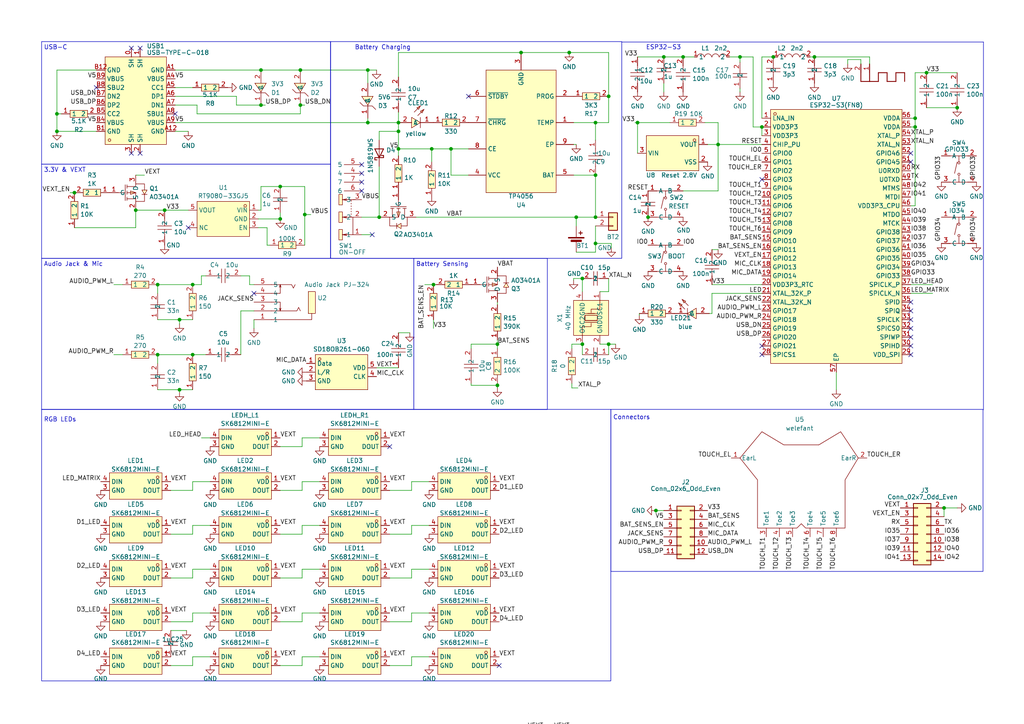
<source format=kicad_sch>
(kicad_sch (version 20230121) (generator eeschema)
  (paper "A4")
  (title_block (title "Welefant") (date "2023-07-28") (rev "1"))
  (junction (at 268.732 21.082))
  (junction (at 220.98 36.83))
  (junction (at 115.57 35.56))
  (junction (at 214.63 16.51))
  (junction (at 172.72 50.8))
  (junction (at 115.57 43.18))
  (junction (at 184.912 35.56))
  (junction (at 130.81 43.18))
  (junction (at 52.07 113.03))
  (junction (at 265.43 36.83))
  (junction (at 45.72 82.55))
  (junction (at 144.272 111.76))
  (junction (at 176.53 99.822))
  (junction (at 45.72 102.87))
  (junction (at 277.622 31.242))
  (junction (at 165.1 15.24))
  (junction (at 176.53 27.94))
  (junction (at 109.982 62.992))
  (junction (at 172.72 62.992))
  (junction (at 47.752 60.96))
  (junction (at 106.68 35.56))
  (junction (at 273.812 147.32))
  (junction (at 198.12 16.51))
  (junction (at 75.692 30.48))
  (junction (at 168.91 99.822))
  (junction (at 39.37 60.96))
  (junction (at 81.28 54.102))
  (junction (at 224.282 16.51))
  (junction (at 167.132 62.992))
  (junction (at 55.88 102.87))
  (junction (at 208.28 41.91))
  (junction (at 81.28 63.5))
  (junction (at 172.72 70.612))
  (junction (at 106.68 20.32))
  (junction (at 52.07 92.71))
  (junction (at 55.88 82.55))
  (junction (at 21.59 55.88))
  (junction (at 115.57 38.1))
  (junction (at 190.246 148.082))
  (junction (at 16.51 33.02))
  (junction (at 16.51 38.1))
  (junction (at 265.43 34.29))
  (junction (at 172.72 35.56))
  (junction (at 75.692 20.32))
  (junction (at 168.91 80.772))
  (junction (at 125.73 82.55))
  (junction (at 192.532 16.51))
  (junction (at 187.96 62.992))
  (junction (at 88.392 62.23))
  (junction (at 144.272 99.822))
  (junction (at 87.122 30.48))
  (junction (at 236.22 16.51))
  (junction (at 151.13 15.24))
  (junction (at 125.222 43.18))
  (junction (at 87.122 20.32))
  (no_connect (at 50.8 33.02))
  (no_connect (at 264.16 46.99))
  (no_connect (at 73.66 85.09))
  (no_connect (at 264.16 100.33))
  (no_connect (at 220.98 100.33))
  (no_connect (at 40.64 13.97))
  (no_connect (at 54.61 66.04))
  (no_connect (at 264.16 97.79))
  (no_connect (at 27.94 25.4))
  (no_connect (at 264.16 95.25))
  (no_connect (at 104.902 47.752))
  (no_connect (at 264.16 92.71))
  (no_connect (at 38.1 13.97))
  (no_connect (at 104.902 52.832))
  (no_connect (at 264.16 87.63))
  (no_connect (at 264.16 102.87))
  (no_connect (at 104.902 55.372))
  (no_connect (at 104.902 50.292))
  (no_connect (at 220.98 102.87))
  (no_connect (at 264.16 90.17))
  (no_connect (at 113.03 129.54))
  (no_connect (at 264.16 44.45))
  (no_connect (at 38.1 44.45))
  (no_connect (at 40.64 44.45))
  (no_connect (at 220.98 52.07))
  (no_connect (at 107.95 68.072))
  (no_connect (at 135.89 27.94))
  (no_connect (at 144.78 193.04))
  (wire (pts (xy 172.72 35.56) (xy 176.53 35.56)))
  (wire (pts (xy 77.47 66.04) (xy 74.93 66.04)))
  (wire (pts (xy 69.85 90.17) (xy 69.85 102.87)))
  (wire (pts (xy 106.68 24.13) (xy 106.68 20.32)))
  (wire (pts (xy 55.88 139.7) (xy 55.88 142.24)))
  (wire (pts (xy 115.57 43.18) (xy 125.222 43.18)))
  (wire (pts (xy 176.53 102.87) (xy 176.53 99.822)))
  (wire (pts (xy 264.16 36.83) (xy 265.43 36.83)))
  (wire (pts (xy 124.46 152.4) (xy 119.38 152.4)))
  (wire (pts (xy 45.72 113.03) (xy 52.07 113.03)))
  (wire (pts (xy 68.58 27.94) (xy 68.58 30.48)))
  (wire (pts (xy 265.43 36.83) (xy 265.43 34.29)))
  (wire (pts (xy 55.88 167.64) (xy 49.53 167.64)))
  (wire (pts (xy 124.46 165.1) (xy 119.38 165.1)))
  (wire (pts (xy 208.28 41.91) (xy 208.28 55.372)))
  (wire (pts (xy 167.132 73.152) (xy 172.72 73.152)))
  (wire (pts (xy 109.982 62.992) (xy 110.49 62.992)))
  (wire (pts (xy 58.42 82.55) (xy 55.88 82.55)))
  (wire (pts (xy 87.122 20.32) (xy 106.68 20.32)))
  (wire (pts (xy 205.74 90.932) (xy 206.502 90.932)))
  (wire (pts (xy 166.37 80.772) (xy 168.91 80.772)))
  (wire (pts (xy 109.982 38.1) (xy 115.57 38.1)))
  (wire (pts (xy 136.652 99.822) (xy 144.272 99.822)))
  (wire (pts (xy 45.72 102.87) (xy 45.72 105.41)))
  (wire (pts (xy 119.38 139.7) (xy 119.38 142.24)))
  (wire (pts (xy 172.72 70.612) (xy 172.72 73.152)))
  (wire (pts (xy 87.63 165.1) (xy 87.63 167.64)))
  (wire (pts (xy 120.65 62.992) (xy 167.132 62.992)))
  (wire (pts (xy 176.53 84.582) (xy 176.53 80.772)))
  (wire (pts (xy 115.57 38.1) (xy 115.57 35.56)))
  (wire (pts (xy 273.812 147.32) (xy 273.812 149.86)))
  (wire (pts (xy 87.63 127) (xy 87.63 129.54)))
  (wire (pts (xy 166.37 80.772) (xy 166.37 81.28)))
  (wire (pts (xy 69.85 90.17) (xy 73.66 90.17)))
  (wire (pts (xy 87.63 139.7) (xy 87.63 142.24)))
  (wire (pts (xy 265.43 34.29) (xy 264.16 34.29)))
  (wire (pts (xy 115.57 35.56) (xy 115.57 32.512)))
  (wire (pts (xy 125.73 82.55) (xy 126.492 82.55)))
  (wire (pts (xy 173.99 99.822) (xy 176.53 99.822)))
  (wire (pts (xy 136.652 111.76) (xy 136.652 111.252)))
  (wire (pts (xy 55.88 154.94) (xy 49.53 154.94)))
  (wire (pts (xy 50.8 25.4) (xy 55.88 25.4)))
  (wire (pts (xy 87.63 193.04) (xy 81.28 193.04)))
  (wire (pts (xy 87.63 129.54) (xy 81.28 129.54)))
  (wire (pts (xy 50.8 27.94) (xy 68.58 27.94)))
  (wire (pts (xy 249.682 17.272) (xy 249.682 18.542)))
  (wire (pts (xy 52.07 92.71) (xy 52.07 93.98)))
  (wire (pts (xy 115.57 22.352) (xy 115.57 15.24)))
  (wire (pts (xy 166.37 50.8) (xy 172.72 50.8)))
  (wire (pts (xy 87.122 30.48) (xy 88.392 30.48)))
  (wire (pts (xy 109.982 48.26) (xy 109.982 62.992)))
  (wire (pts (xy 115.57 43.18) (xy 115.57 38.1)))
  (wire (pts (xy 69.85 80.01) (xy 72.39 80.01)))
  (wire (pts (xy 55.88 142.24) (xy 49.53 142.24)))
  (wire (pts (xy 109.22 20.32) (xy 106.68 20.32)))
  (wire (pts (xy 77.47 71.12) (xy 78.232 71.12)))
  (wire (pts (xy 119.38 193.04) (xy 113.03 193.04)))
  (wire (pts (xy 119.38 180.34) (xy 113.03 180.34)))
  (wire (pts (xy 178.562 99.822) (xy 176.53 99.822)))
  (wire (pts (xy 45.72 92.71) (xy 52.07 92.71)))
  (wire (pts (xy 184.912 16.51) (xy 192.532 16.51)))
  (wire (pts (xy 172.72 50.8) (xy 172.72 62.992)))
  (wire (pts (xy 75.692 20.32) (xy 87.122 20.32)))
  (wire (pts (xy 58.42 127) (xy 60.96 127)))
  (wire (pts (xy 74.93 63.5) (xy 81.28 63.5)))
  (wire (pts (xy 49.53 182.88) (xy 54.102 182.88)))
  (wire (pts (xy 109.22 106.68) (xy 115.57 106.68)))
  (wire (pts (xy 55.88 190.5) (xy 55.88 193.04)))
  (wire (pts (xy 104.902 68.072) (xy 107.95 68.072)))
  (wire (pts (xy 165.862 112.522) (xy 167.64 112.522)))
  (wire (pts (xy 87.63 152.4) (xy 87.63 154.94)))
  (wire (pts (xy 125.222 43.18) (xy 130.81 43.18)))
  (wire (pts (xy 33.02 82.55) (xy 35.56 82.55)))
  (wire (pts (xy 220.98 16.51) (xy 224.282 16.51)))
  (wire (pts (xy 270.51 82.55) (xy 264.16 82.55)))
  (wire (pts (xy 60.96 177.8) (xy 55.88 177.8)))
  (wire (pts (xy 87.63 154.94) (xy 81.28 154.94)))
  (wire (pts (xy 208.28 55.372) (xy 198.12 55.372)))
  (wire (pts (xy 194.31 35.56) (xy 184.912 35.56)))
  (wire (pts (xy 81.28 61.722) (xy 81.28 63.5)))
  (wire (pts (xy 58.42 80.01) (xy 58.42 82.55)))
  (wire (pts (xy 87.63 142.24) (xy 81.28 142.24)))
  (wire (pts (xy 177.292 70.612) (xy 177.292 71.882)))
  (wire (pts (xy 144.272 112.522) (xy 144.272 111.76)))
  (wire (pts (xy 206.502 82.55) (xy 220.98 82.55)))
  (wire (pts (xy 245.872 17.272) (xy 245.872 18.542)))
  (wire (pts (xy 144.272 99.822) (xy 144.272 101.092)))
  (wire (pts (xy 206.502 85.09) (xy 220.98 85.09)))
  (wire (pts (xy 77.47 71.12) (xy 77.47 66.04)))
  (wire (pts (xy 33.02 102.87) (xy 35.56 102.87)))
  (wire (pts (xy 72.39 82.55) (xy 73.66 82.55)))
  (wire (pts (xy 74.93 60.96) (xy 75.692 60.96)))
  (wire (pts (xy 55.88 102.87) (xy 59.69 102.87)))
  (wire (pts (xy 165.862 99.822) (xy 168.91 99.822)))
  (wire (pts (xy 192.532 26.67) (xy 192.532 24.13)))
  (wire (pts (xy 214.63 16.51) (xy 218.44 16.51)))
  (wire (pts (xy 234.95 16.51) (xy 236.22 16.51)))
  (wire (pts (xy 204.47 35.56) (xy 208.28 35.56)))
  (wire (pts (xy 87.63 180.34) (xy 81.28 180.34)))
  (wire (pts (xy 55.88 177.8) (xy 55.88 180.34)))
  (wire (pts (xy 144.272 111.76) (xy 136.652 111.76)))
  (wire (pts (xy 176.53 27.94) (xy 176.53 15.24)))
  (polyline (pts (xy 180.34 12.192) (xy 285.242 12.192)))
  (wire (pts (xy 104.902 62.992) (xy 109.982 62.992)))
  (wire (pts (xy 81.28 54.102) (xy 88.392 54.102)))
  (wire (pts (xy 52.07 113.03) (xy 52.07 113.792)))
  (wire (pts (xy 57.15 33.02) (xy 87.122 33.02)))
  (wire (pts (xy 41.91 50.8) (xy 39.37 50.8)))
  (wire (pts (xy 92.71 139.7) (xy 87.63 139.7)))
  (wire (pts (xy 119.38 190.5) (xy 119.38 193.04)))
  (wire (pts (xy 72.39 80.01) (xy 72.39 82.55)))
  (wire (pts (xy 92.71 152.4) (xy 87.63 152.4)))
  (wire (pts (xy 151.13 15.24) (xy 165.1 15.24)))
  (wire (pts (xy 242.57 113.03) (xy 242.57 107.95)))
  (wire (pts (xy 123.19 82.55) (xy 125.73 82.55)))
  (wire (pts (xy 206.502 90.932) (xy 206.502 85.09)))
  (wire (pts (xy 60.96 190.5) (xy 55.88 190.5)))
  (wire (pts (xy 125.222 43.18) (xy 125.222 46.99)))
  (wire (pts (xy 115.57 96.52) (xy 118.872 96.52)))
  (wire (pts (xy 20.32 55.88) (xy 21.59 55.88)))
  (wire (pts (xy 268.732 31.242) (xy 277.622 31.242)))
  (wire (pts (xy 173.99 84.582) (xy 176.53 84.582)))
  (wire (pts (xy 236.22 16.51) (xy 252.222 16.51)))
  (wire (pts (xy 87.63 190.5) (xy 87.63 193.04)))
  (wire (pts (xy 125.73 92.71) (xy 125.73 95.25)))
  (wire (pts (xy 144.272 87.63) (xy 144.272 88.392)))
  (wire (pts (xy 153.035 211.455) (xy 160.655 211.455)))
  (wire (pts (xy 119.38 152.4) (xy 119.38 154.94)))
  (wire (pts (xy 52.07 92.71) (xy 55.88 92.71)))
  (wire (pts (xy 39.37 60.96) (xy 47.752 60.96)))
  (wire (pts (xy 167.132 62.992) (xy 172.72 62.992)))
  (wire (pts (xy 75.692 30.48) (xy 76.962 30.48)))
  (wire (pts (xy 190.246 148.082) (xy 192.532 148.082)))
  (wire (pts (xy 165.862 111.252) (xy 165.862 112.522)))
  (wire (pts (xy 50.8 38.1) (xy 54.61 38.1)))
  (wire (pts (xy 88.392 62.23) (xy 88.392 71.12)))
  (wire (pts (xy 52.07 113.03) (xy 55.88 113.03)))
  (wire (pts (xy 50.8 30.48) (xy 57.15 30.48)))
  (wire (pts (xy 58.42 80.01) (xy 59.69 80.01)))
  (wire (pts (xy 130.81 43.18) (xy 135.89 43.18)))
  (wire (pts (xy 45.72 82.55) (xy 45.72 85.09)))
  (wire (pts (xy 165.862 99.822) (xy 165.862 101.092)))
  (wire (pts (xy 115.57 15.24) (xy 151.13 15.24)))
  (wire (pts (xy 172.72 65.532) (xy 172.72 70.612)))
  (wire (pts (xy 55.88 180.34) (xy 49.53 180.34)))
  (wire (pts (xy 273.812 147.32) (xy 277.622 147.32)))
  (wire (pts (xy 87.122 33.02) (xy 87.122 30.48)))
  (wire (pts (xy 144.272 99.822) (xy 144.272 98.552)))
  (wire (pts (xy 184.15 35.56) (xy 184.912 35.56)))
  (wire (pts (xy 119.38 154.94) (xy 113.03 154.94)))
  (wire (pts (xy 50.8 20.32) (xy 75.692 20.32)))
  (wire (pts (xy 220.98 16.51) (xy 220.98 34.29)))
  (wire (pts (xy 245.872 17.272) (xy 249.682 17.272)))
  (wire (pts (xy 16.51 33.02) (xy 17.78 33.02)))
  (polyline (pts (xy 285.242 12.192) (xy 285.242 118.872)))
  (wire (pts (xy 60.96 165.1) (xy 55.88 165.1)))
  (wire (pts (xy 264.16 59.69) (xy 265.43 59.69)))
  (wire (pts (xy 268.732 21.082) (xy 277.622 21.082)))
  (wire (pts (xy 92.71 190.5) (xy 87.63 190.5)))
  (wire (pts (xy 55.88 193.04) (xy 49.53 193.04)))
  (wire (pts (xy 218.44 36.83) (xy 218.44 16.51)))
  (wire (pts (xy 167.132 62.992) (xy 167.132 65.532)))
  (wire (pts (xy 119.38 177.8) (xy 119.38 180.34)))
  (wire (pts (xy 168.91 99.822) (xy 168.91 102.87)))
  (wire (pts (xy 87.63 177.8) (xy 87.63 180.34)))
  (wire (pts (xy 189.992 148.082) (xy 190.246 148.082)))
  (wire (pts (xy 165.1 15.24) (xy 176.53 15.24)))
  (wire (pts (xy 206.502 72.39) (xy 208.28 72.39)))
  (wire (pts (xy 16.51 20.32) (xy 27.94 20.32)))
  (wire (pts (xy 184.912 35.56) (xy 184.912 44.45)))
  (wire (pts (xy 166.37 41.91) (xy 167.132 41.91)))
  (wire (pts (xy 214.63 25.654) (xy 214.63 26.67)))
  (wire (pts (xy 87.63 167.64) (xy 81.28 167.64)))
  (wire (pts (xy 265.43 59.69) (xy 265.43 36.83)))
  (wire (pts (xy 16.51 33.02) (xy 16.51 20.32)))
  (wire (pts (xy 90.17 62.23) (xy 88.392 62.23)))
  (wire (pts (xy 16.51 38.1) (xy 16.51 33.02)))
  (wire (pts (xy 220.98 36.83) (xy 218.44 36.83)))
  (wire (pts (xy 119.38 165.1) (xy 119.38 167.64)))
  (wire (pts (xy 168.91 80.772) (xy 168.91 84.582)))
  (wire (pts (xy 57.15 30.48) (xy 57.15 33.02)))
  (wire (pts (xy 92.71 177.8) (xy 87.63 177.8)))
  (wire (pts (xy 198.12 16.51) (xy 192.532 16.51)))
  (wire (pts (xy 172.72 40.64) (xy 172.72 35.56)))
  (wire (pts (xy 68.58 30.48) (xy 75.692 30.48)))
  (wire (pts (xy 265.43 21.082) (xy 268.732 21.082)))
  (wire (pts (xy 224.282 16.51) (xy 224.79 16.51)))
  (wire (pts (xy 136.652 99.822) (xy 136.652 101.092)))
  (wire (pts (xy 252.222 16.51) (xy 252.222 18.542)))
  (wire (pts (xy 130.81 50.8) (xy 130.81 43.18)))
  (wire (pts (xy 185.42 91.44) (xy 185.42 90.932)))
  (wire (pts (xy 21.59 66.04) (xy 39.37 66.04)))
  (wire (pts (xy 144.272 111.76) (xy 144.272 111.252)))
  (wire (pts (xy 211.582 16.51) (xy 214.63 16.51)))
  (wire (pts (xy 176.53 35.56) (xy 176.53 27.94)))
  (wire (pts (xy 60.96 152.4) (xy 55.88 152.4)))
  (wire (pts (xy 119.38 142.24) (xy 113.03 142.24)))
  (wire (pts (xy 166.37 35.56) (xy 172.72 35.56)))
  (wire (pts (xy 115.57 43.18) (xy 115.57 45.212)))
  (wire (pts (xy 106.68 35.56) (xy 106.68 34.29)))
  (wire (pts (xy 60.96 139.7) (xy 55.88 139.7)))
  (wire (pts (xy 177.292 70.612) (xy 172.72 70.612)))
  (wire (pts (xy 124.46 177.8) (xy 119.38 177.8)))
  (wire (pts (xy 201.422 16.51) (xy 198.12 16.51)))
  (wire (pts (xy 73.66 92.71) (xy 73.66 95.25)))
  (wire (pts (xy 88.392 54.102) (xy 88.392 62.23)))
  (wire (pts (xy 124.46 190.5) (xy 119.38 190.5)))
  (wire (pts (xy 109.982 38.1) (xy 109.982 40.64)))
  (wire (pts (xy 55.88 165.1) (xy 55.88 167.64)))
  (wire (pts (xy 45.72 82.55) (xy 55.88 82.55)))
  (wire (pts (xy 220.98 36.83) (xy 220.98 39.37)))
  (wire (pts (xy 75.692 54.102) (xy 81.28 54.102)))
  (wire (pts (xy 47.752 60.96) (xy 54.61 60.96)))
  (wire (pts (xy 208.28 41.91) (xy 220.98 41.91)))
  (wire (pts (xy 265.43 34.29) (xy 265.43 21.082)))
  (wire (pts (xy 50.8 35.56) (xy 106.68 35.56)))
  (wire (pts (xy 106.68 35.56) (xy 115.57 35.56)))
  (wire (pts (xy 39.37 66.04) (xy 39.37 60.96)))
  (wire (pts (xy 208.28 35.56) (xy 208.28 41.91)))
  (wire (pts (xy 75.692 60.96) (xy 75.692 54.102)))
  (wire (pts (xy 135.89 50.8) (xy 130.81 50.8)))
  (wire (pts (xy 205.232 41.91) (xy 208.28 41.91)))
  (wire (pts (xy 16.51 38.1) (xy 27.94 38.1)))
  (wire (pts (xy 92.71 127) (xy 87.63 127)))
  (wire (pts (xy 92.71 165.1) (xy 87.63 165.1)))
  (wire (pts (xy 214.63 18.034) (xy 214.63 16.51)))
  (wire (pts (xy 119.38 167.64) (xy 113.03 167.64)))
  (wire (pts (xy 55.88 152.4) (xy 55.88 154.94)))
  (wire (pts (xy 45.72 102.87) (xy 55.88 102.87)))
  (wire (pts (xy 124.46 139.7) (xy 119.38 139.7)))
  (wire (pts (xy 270.51 85.09) (xy 264.16 85.09)))
  (rectangle (start 12.065 47.625) (end 95.885 74.93))
  (rectangle (start 120.015 74.93) (end 158.75 118.745))
  (rectangle (start 95.885 12.065) (end 180.34 74.93))
  (rectangle (start 177.165 118.745) (end 285.115 165.735))
  (rectangle (start 12.065 118.745) (end 177.165 197.485))
  (rectangle (start 12.065 74.93) (end 120.015 118.745))
  (rectangle (start 12.065 12.065) (end 95.885 47.625))
  (text "RGB LEDs" (at 12.7 122.555 0) (effects (font (size 1.27 1.27)) (justify left bottom)))
  (text "Battery Charging" (at 102.87 14.605 0) (effects (font (size 1.27 1.27)) (justify left bottom)))
  (text "Battery Sensing" (at 120.65 77.47 0) (effects (font (size 1.27 1.27)) (justify left bottom)))
  (text "Audio Jack & Mic" (at 12.7 77.47 0) (effects (font (size 1.27 1.27)) (justify left bottom)))
  (text "ESP32-S3" (at 187.325 14.605 0) (effects (font (size 1.27 1.27)) (justify left bottom)))
  (text "Connectors" (at 177.8 121.92 0) (effects (font (size 1.27 1.27)) (justify left bottom)))
  (text "USB-C" (at 12.7 14.605 0) (effects (font (size 1.27 1.27)) (justify left bottom)))
  (text "3.3V & VEXT" (at 12.7 50.165 0) (effects (font (size 1.27 1.27)) (justify left bottom)))
  (label "LED_MATRIX" (at 264.16 85.09 0))
  (label "D1_LED" (at 144.78 142.24 0))
  (label "IO0" (at 220.98 44.45 180))
  (label "V5" (at 50.8 35.56 0))
  (label "USB_DN" (at 220.98 95.25 180))
  (label "MIC_CLK" (at 220.98 77.47 180))
  (label "TOUCH_ER" (at 220.98 49.53 180))
  (label "VEXT" (at 41.91 50.8 0))
  (label "D3_LED" (at 29.21 177.8 180))
  (label "AUDIO_PWM_R" (at 220.98 92.71 180))
  (label "IO36" (at 264.16 72.39 0))
  (label "VEXT" (at 113.03 152.4 0))
  (label "RX" (at 261.112 152.4 180))
  (label "TOUCH_T4" (at 220.98 62.23 180))
  (label "VEXT" (at 144.78 177.8 0))
  (label "XTAL_P" (at 264.16 39.37 0))
  (label "TOUCH_T5" (at 220.98 64.77 180))
  (label "TOUCH_T1" (at 220.98 54.61 180))
  (label "TX" (at 264.16 52.07 0))
  (label "TOUCH_EL" (at 220.98 46.99 180))
  (label "GPIO34" (at 273.05 62.992 270))
  (label "VEXT" (at 109.22 106.68 0))
  (label "RESET" (at 187.96 55.372 180))
  (label "IO37" (at 264.16 69.85 0))
  (label "VEXT" (at 144.78 190.5 0))
  (label "D4_LED" (at 29.21 190.5 180))
  (label "BAT_SENS_EN" (at 220.98 72.39 180))
  (label "VEXT" (at 144.78 152.4 0))
  (label "GPIO33" (at 283.21 45.212 270))
  (label "MIC_DATA" (at 88.9 105.41 180))
  (label "VEXT" (at 144.78 139.7 0))
  (label "LED_HEAD" (at 264.16 82.55 0))
  (label "TOUCH_T5" (at 238.76 155.702 270))
  (label "VEXT" (at 113.03 127 0))
  (label "VEXT_EN" (at 220.98 74.93 180))
  (label "BAT_SENS" (at 220.98 69.85 180))
  (label "V5" (at 27.94 35.56 180))
  (label "XTAL_P" (at 167.64 112.522 0))
  (label "TOUCH_T6" (at 242.57 155.702 270))
  (label "USB_DP" (at 192.532 160.782 180))
  (label "VEXT" (at 49.53 177.8 0))
  (label "TOUCH_T3" (at 220.98 59.69 180))
  (label "GPIO34" (at 283.21 62.992 270))
  (label "TOUCH_T1" (at 222.25 155.702 270))
  (label "IO35" (at 261.112 154.94 180))
  (label "V33" (at 48.26 60.96 0))
  (label "USB_DP" (at 27.94 30.48 180))
  (label "VEXT_EN" (at 261.112 149.86 180))
  (label "MIC_CLK" (at 109.22 109.22 0))
  (label "VEXT" (at 81.28 139.7 0))
  (label "BAT_SENS_EN" (at 123.19 82.55 270))
  (label "MIC_DATA" (at 220.98 80.01 180))
  (label "XTAL_N" (at 264.16 41.91 0))
  (label "TOUCH_T3" (at 229.87 155.702 270))
  (label "TOUCH_T4" (at 234.95 155.702 270))
  (label "IO42" (at 264.16 54.61 0))
  (label "IO39" (at 264.16 64.77 0))
  (label "IO36" (at 273.812 154.94 0))
  (label "V5" (at 50.8 22.86 0))
  (label "USB_DN" (at 88.392 30.48 0))
  (label "TX" (at 273.812 152.4 0))
  (label "VEXT" (at 144.78 165.1 0))
  (label "V33" (at 206.502 82.55 0))
  (label "MIC_DATA" (at 205.232 155.702 0))
  (label "IO0" (at 187.96 71.12 180))
  (label "D3_LED" (at 144.78 167.64 0))
  (label "V5" (at 27.94 22.86 180))
  (label "VEXT" (at 261.112 147.32 180))
  (label "V33" (at 268.732 21.082 0))
  (label "LED" (at 220.98 85.09 180))
  (label "TOUCH_T2" (at 226.06 155.702 270))
  (label "AUDIO_PWM_L" (at 33.02 82.55 180))
  (label "VEXT" (at 49.53 190.5 0))
  (label "IO38" (at 273.812 157.48 0))
  (label "USB_DN" (at 205.232 160.782 0))
  (label "V5" (at 192.532 150.622 180))
  (label "V33" (at 184.912 16.51 180))
  (label "VEXT" (at 153.035 211.455 0))
  (label "BAT_SENS_EN" (at 192.532 153.162 180))
  (label "TOUCH_EL" (at 212.09 132.842 180))
  (label "IO41" (at 261.112 162.56 180))
  (label "AUDIO_PWM_R" (at 192.532 158.242 180))
  (label "D4_LED" (at 144.78 180.34 0))
  (label "VEXT" (at 113.03 190.5 0))
  (label "LED_HEAD" (at 58.42 127 180))
  (label "VEXT" (at 49.53 139.7 0))
  (label "AUDIO_PWM_L" (at 205.232 158.242 0))
  (label "IO40" (at 264.16 62.23 0))
  (label "VEXT" (at 113.03 177.8 0))
  (label "VEXT" (at 81.28 177.8 0))
  (label "TOUCH_T6" (at 220.98 67.31 180))
  (label "VBAT" (at 144.272 77.47 0))
  (label "VBUS" (at 104.902 57.912 0))
  (label "TOUCH_ER" (at 251.46 132.842 0))
  (label "VEXT" (at 81.28 165.1 0))
  (label "VEXT" (at 81.28 127 0))
  (label "VBAT" (at 129.54 62.992 0))
  (label "D2_LED" (at 29.21 165.1 180))
  (label "VEXT" (at 81.28 190.5 0))
  (label "IO39" (at 261.112 160.02 180))
  (label "IO41" (at 264.16 57.15 0))
  (label "AUDIO_PWM_R" (at 33.02 102.87 180))
  (label "VBUS" (at 90.17 62.23 0))
  (label "GPIO33" (at 264.16 80.01 0))
  (label "RESET" (at 220.98 41.91 180))
  (label "VEXT" (at 81.28 152.4 0))
  (label "IO42" (at 273.812 162.56 0))
  (label "JACK_SENS" (at 192.532 155.702 180))
  (label "D1_LED" (at 29.21 152.4 180))
  (label "JACK_SENS" (at 220.98 87.63 180))
  (label "VEXT" (at 49.53 152.4 0))
  (label "JACK_SENS" (at 73.66 87.63 180))
  (label "AUDIO_PWM_L" (at 220.98 90.17 180))
  (label "RX" (at 264.16 49.53 0))
  (label "BAT_SENS" (at 205.232 150.622 0))
  (label "V33" (at 184.15 35.56 180))
  (label "MIC_CLK" (at 205.232 153.162 0))
  (label "USB_DP" (at 76.962 30.48 0))
  (label "GPIO34" (at 264.16 77.47 0))
  (label "GPIO33" (at 273.05 45.212 270))
  (label "V5" (at 115.57 43.18 180))
  (label "VEXT_EN" (at 20.32 55.88 180))
  (label "IO38" (at 264.16 67.31 0))
  (label "VEXT" (at 113.03 165.1 0))
  (label "BAT_SENS" (at 144.272 99.822 0))
  (label "IO40" (at 273.812 160.02 0))
  (label "IO0" (at 198.12 71.12 0))
  (label "VEXT" (at 160.655 211.455 0))
  (label "IO37" (at 261.112 157.48 180))
  (label "USB_DN" (at 27.94 27.94 180))
  (label "LED_MATRIX" (at 29.21 139.7 180))
  (label "V33" (at 205.232 148.082 0))
  (label "TOUCH_T2" (at 220.98 57.15 180))
  (label "VEXT" (at 49.53 165.1 0))
  (label "IO35" (at 264.16 74.93 0))
  (label "V33" (at 125.73 95.25 0))
  (label "USB_DP" (at 220.98 97.79 180))
  (label "XTAL_N" (at 176.53 80.772 0))
  (label "D2_LED" (at 144.78 154.94 0))
  (label "VEXT" (at 113.03 139.7 0))
  (symbol (lib_id "easyeda2kicad:0603CG3R3C500NT") (at 224.282 20.32 90) (unit 1)
    (property "Reference" "C19" (at 226.947 19.1079 90) (effects (justify right)))
    (property "Value" "3p3" (at 226.947 21.5321 90) (effects (justify right)))
    (property "Footprint" "easyeda2kicad:C0603" (effects hide))
    (property "Datasheet" "https://lcsc.com/product-detail/Multilayer-Ceramic-Capacitors-MLCC-SMD-SMT_3-3pF-3R3-0-25pF-50V_C1660.html" (effects hide))
    (property "LCSC Part" "C1660" (effects hide))
  )
  (symbol (lib_id "power:GND") (at 29.21 154.94 0) (unit 1)
    (property "Reference" "#PWR032" (effects hide))
    (property "Value" "GND" (at 29.21 159.0731 0))
  )
  (symbol (lib_id "power:GND") (at 29.21 167.64 0) (unit 1)
    (property "Reference" "#PWR033" (effects hide))
    (property "Value" "GND" (at 29.21 171.7731 0))
  )
  (symbol (lib_id "power:GND") (at 16.51 38.1 0) (unit 1)
    (property "Reference" "#PWR011" (effects hide))
    (property "Value" "GND" (at 16.51 42.2331 0))
  )
  (symbol (lib_id "hacrafu:SK6812MINI-E") (at 134.62 154.94 0) (mirror y) (unit 1)
    (property "Reference" "LED8" (at 134.62 146.2872 0))
    (property "Value" "SK6812MINI-E" (at 134.62 148.8241 0))
    (property "Footprint" "hacrafu:SK6812MINI-E-handsolder" (effects hide))
    (property "Manufacturer" "欧思科光电" (effects hide))
    (property "LCSC Part" "C5149201" (effects hide))
    (property "JLC Part" "Extended Part" (effects hide))
  )
  (symbol (lib_id "power:GND") (at 192.532 26.67 0) (unit 1)
    (property "Reference" "#PWR060" (effects hide))
    (property "Value" "GND" (at 192.532 30.8031 0))
  )
  (symbol (lib_id "power:GND") (at 236.22 24.13 0) (unit 1)
    (property "Reference" "#PWR063" (effects hide))
    (property "Value" "GND" (at 236.22 28.2631 0))
  )
  (symbol (lib_id "easyeda2kicad:0603WAF1003T5E") (at 83.312 71.12 0) (unit 1)
    (property "Reference" "R9" (at 83.312 73.66 0))
    (property "Value" "100K" (at 83.312 69.215 0))
    (property "Footprint" "easyeda2kicad:R0603" (effects hide))
    (property "Datasheet" "https://lcsc.com/product-detail/Chip-Resistor-Surface-Mount-UniOhm_100KR-1003-1_C25803.html" (effects hide))
    (property "Manufacturer" "UNI-ROYAL(厚声)" (effects hide))
    (property "LCSC Part" "C25803" (effects hide))
    (property "JLC Part" "Basic Part" (effects hide))
  )
  (symbol (lib_id "easyeda2kicad:0603WAF3301T5E") (at 171.45 27.94 0) (mirror x) (unit 1)
    (property "Reference" "R17" (at 171.45 32.9773 0))
    (property "Value" "3K3" (at 171.45 30.5531 0))
    (property "Footprint" "easyeda2kicad:R0603_NEW" (effects hide))
    (property "Datasheet" "https://lcsc.com/product-detail/Chip-Resistor-Surface-Mount-UniOhm_3-3KR-3301-1_C22978.html" (effects hide))
    (property "Manufacturer" "UNI-ROYAL(厚声)" (effects hide))
    (property "LCSC Part" "C22978" (effects hide))
    (property "JLC Part" "Basic Part" (effects hide))
  )
  (symbol (lib_id "power:GND") (at 60.96 180.34 0) (unit 1)
    (property "Reference" "#PWR037" (effects hide))
    (property "Value" "GND" (at 60.96 184.4731 0))
  )
  (symbol (lib_id "power:GND") (at 190.246 148.082 270) (unit 1)
    (property "Reference" "#PWR045" (effects hide))
    (property "Value" "GND" (at 187.198 148.082 90) (effects (justify right)))
  )
  (symbol (lib_id "Connector_Generic:Conn_02x07_Odd_Even") (at 266.192 154.94 0) (unit 1)
    (property "Reference" "J3" (at 268.224 142.24 0))
    (property "Value" "Conn_02x7_Odd_Even" (at 267.589 144.145 0))
    (property "Footprint" "hacrafu:PinHeader_2x07_P2.54mm_Vertical_SMD_handsolder" (effects hide))
  )
  (symbol (lib_id "easyeda2kicad:CL10B333KB8NNNC") (at 45.72 88.9 90) (unit 1)
    (property "Reference" "C1" (at 48.385 87.6879 90) (effects (justify right)))
    (property "Value" "33n" (at 48.385 90.1121 90) (effects (justify right)))
    (property "Footprint" "easyeda2kicad:C0603" (effects hide))
    (property "Datasheet" "https://lcsc.com/product-detail/Multilayer-Ceramic-Capacitors-MLCC-SMD-SMT_SAMSUNG_CL10B333KB8NNNC_33nF-333-10-50V_C21117.html" (effects hide))
    (property "Manufacturer" "SAMSUNG(三星)" (effects hide))
    (property "LCSC Part" "C21117" (effects hide))
    (property "JLC Part" "Basic Part" (effects hide))
  )
  (symbol (lib_id "easyeda2kicad:0603WAF5101T5E") (at 22.86 33.02 0) (mirror x) (unit 1)
    (property "Reference" "R2" (at 22.86 37.6128 0))
    (property "Value" "5.1K" (at 22.86 35.0759 0))
    (property "Footprint" "easyeda2kicad:R0603" (effects hide))
    (property "Datasheet" "https://lcsc.com/product-detail/Chip-Resistor-Surface-Mount-UniOhm_5-1KR-5101-1_C23186.html" (effects hide))
    (property "Manufacturer" "UNI-ROYAL(厚声)" (effects hide))
    (property "LCSC Part" "C23186" (effects hide))
    (property "JLC Part" "Basic Part" (effects hide))
  )
  (symbol (lib_id "hacrafu:SK6812MINI-E") (at 102.87 154.94 0) (mirror y) (unit 1)
    (property "Reference" "LED7" (at 102.87 146.2872 0))
    (property "Value" "SK6812MINI-E" (at 102.87 148.8241 0))
    (property "Footprint" "hacrafu:SK6812MINI-E-handsolder" (effects hide))
    (property "Manufacturer" "欧思科光电" (effects hide))
    (property "LCSC Part" "C5149201" (effects hide))
    (property "JLC Part" "Extended Part" (effects hide))
  )
  (symbol (lib_id "power:GND") (at 92.71 129.54 0) (unit 1)
    (property "Reference" "#PWR041" (effects hide))
    (property "Value" "GND" (at 92.71 133.6731 0))
  )
  (symbol (lib_id "hacrafu:SK6812MINI-E") (at 39.37 154.94 0) (mirror y) (unit 1)
    (property "Reference" "LED5" (at 39.37 146.2872 0))
    (property "Value" "SK6812MINI-E" (at 39.37 148.8241 0))
    (property "Footprint" "hacrafu:SK6812MINI-E-handsolder" (effects hide))
    (property "Manufacturer" "欧思科光电" (effects hide))
    (property "LCSC Part" "C5149201" (effects hide))
    (property "JLC Part" "Extended Part" (effects hide))
  )
  (symbol (lib_id "easyeda2kicad:SK6812MINI-E_C5149201") (at 71.12 129.54 0) (mirror y) (unit 1)
    (property "Reference" "LEDH_L1" (at 71.12 120.4427 0))
    (property "Value" "SK6812MINI-E" (at 71.12 122.8669 0))
    (property "Footprint" "hacrafu:SK6812MINI-E-handsolder" (effects hide))
    (property "Manufacturer" "欧思科光电" (effects hide))
    (property "LCSC Part" "C5149201" (effects hide))
    (property "JLC Part" "Extended Part" (effects hide))
  )
  (symbol (lib_id "power:GND") (at 52.07 93.98 0) (unit 1)
    (property "Reference" "#PWR016" (effects hide))
    (property "Value" "GND" (at 52.07 98.1131 0))
  )
  (symbol (lib_id "hacrafu:SK6812MINI-E") (at 134.62 142.24 0) (mirror y) (unit 1)
    (property "Reference" "LED4" (at 134.62 133.5872 0))
    (property "Value" "SK6812MINI-E" (at 134.62 136.1241 0))
    (property "Footprint" "hacrafu:SK6812MINI-E-handsolder" (effects hide))
    (property "Manufacturer" "欧思科光电" (effects hide))
    (property "LCSC Part" "C5149201" (effects hide))
    (property "JLC Part" "Extended Part" (effects hide))
  )
  (symbol (lib_id "easyeda2kicad:AO3401A") (at 141.732 82.55 0) (mirror x) (unit 1)
    (property "Reference" "Q3" (at 148.207 83.7621 0) (effects (justify left)))
    (property "Value" "AO3401A" (at 148.207 81.3379 0) (effects (justify left)))
    (property "Footprint" "easyeda2kicad:SOT-23_L2.9-W1.3-P1.90-LS2.4-BR" (effects hide))
    (property "Datasheet" "https://lcsc.com/product-detail/MOSFET_AOS_AO3401A_AO3401A_C15127.html" (effects hide))
    (property "Manufacturer" "AOS" (effects hide))
    (property "LCSC Part" "C15127" (effects hide))
    (property "JLC Part" "Basic Part" (effects hide))
  )
  (symbol (lib_id "hacrafu:SK6812MINI-E") (at 102.87 180.34 0) (mirror y) (unit 1)
    (property "Reference" "LED15" (at 102.87 171.6872 0))
    (property "Value" "SK6812MINI-E" (at 102.87 174.2241 0))
    (property "Footprint" "hacrafu:SK6812MINI-E-handsolder" (effects hide))
    (property "Manufacturer" "欧思科光电" (effects hide))
    (property "LCSC Part" "C5149201" (effects hide))
    (property "JLC Part" "Extended Part" (effects hide))
  )
  (symbol (lib_id "easyeda2kicad:0603WAF1001T5E") (at 131.572 82.55 180) (unit 1)
    (property "Reference" "R14" (at 131.572 85.09 0))
    (property "Value" "1K" (at 131.572 79.9369 0))
    (property "Footprint" "easyeda2kicad:R0603" (effects hide))
    (property "Datasheet" "https://lcsc.com/product-detail/Chip-Resistor-Surface-Mount-UniOhm_1KR-1001-1_C21190.html" (effects hide))
    (property "Manufacturer" "UNI-ROYAL(厚声)" (effects hide))
    (property "LCSC Part" "C21190" (effects hide))
    (property "JLC Part" "Basic Part" (effects hide))
  )
  (symbol (lib_id "easyeda2kicad:CL10C150JB8NNNC") (at 172.72 102.87 180) (unit 1)
    (property "Reference" "C11" (at 168.275 104.775 0) (effects (justify right)))
    (property "Value" "15p" (at 173.355 104.775 0) (effects (justify right)))
    (property "Footprint" "easyeda2kicad:C0603" (effects hide))
    (property "Datasheet" "https://lcsc.com/product-detail/Multilayer-Ceramic-Capacitors-MLCC-SMD-SMT_SAMSUNG_CL10C150JB8NNNC_15pF-150-5-50V_C1644.html" (effects hide))
    (property "LCSC Part" "C1644" (effects hide))
  )
  (symbol (lib_id "hacrafu:SK6812MINI-E") (at 71.12 167.64 0) (mirror y) (unit 1)
    (property "Reference" "LED10" (at 71.12 158.9872 0))
    (property "Value" "SK6812MINI-E" (at 71.12 161.5241 0))
    (property "Footprint" "hacrafu:SK6812MINI-E-handsolder" (effects hide))
    (property "Manufacturer" "欧思科光电" (effects hide))
    (property "LCSC Part" "C5149201" (effects hide))
    (property "JLC Part" "Extended Part" (effects hide))
  )
  (symbol (lib_id "power:GND") (at 224.282 24.13 0) (unit 1)
    (property "Reference" "#PWR062" (effects hide))
    (property "Value" "GND" (at 224.282 28.2631 0))
  )
  (symbol (lib_id "power:GND") (at 92.71 154.94 0) (unit 1)
    (property "Reference" "#PWR020" (effects hide))
    (property "Value" "GND" (at 92.71 159.0731 0))
  )
  (symbol (lib_id "hacrafu:SK6812MINI-E") (at 102.87 193.04 0) (mirror y) (unit 1)
    (property "Reference" "LED19" (at 102.87 183.9427 0))
    (property "Value" "SK6812MINI-E" (at 102.87 186.3669 0))
    (property "Footprint" "hacrafu:SK6812MINI-E-handsolder" (effects hide))
    (property "Manufacturer" "欧思科光电" (effects hide))
    (property "LCSC Part" "C5149201" (effects hide))
    (property "JLC Part" "Extended Part" (effects hide))
  )
  (symbol (lib_id "easyeda2kicad:RT9080-33GJ5") (at 64.77 63.5 0) (mirror y) (unit 1)
    (property "Reference" "U1" (at 64.77 54.4027 0))
    (property "Value" "RT9080-33GJ5" (at 64.77 56.8269 0))
    (property "Footprint" "easyeda2kicad:TSOT-23-5_L2.9-W1.6-P0.95-LS2.8-BL" (effects hide))
    (property "Datasheet" "https://lcsc.com/product-detail/Dropout-Regulators-LDO_Richtek-Tech-RT9080-33GJ5_C841192.html" (effects hide))
    (property "Manufacturer" "RICHTEK(台湾立锜)" (effects hide))
    (property "LCSC Part" "C841192" (effects hide))
    (property "JLC Part" "Extended Part" (effects hide))
  )
  (symbol (lib_id "power:GND") (at 88.9 110.49 270) (unit 1)
    (property "Reference" "#PWR019" (effects hide))
    (property "Value" "GND" (at 85.7251 110.49 90) (effects (justify right)))
  )
  (symbol (lib_id "easyeda2kicad:0603WAF2700T5E") (at 40.64 82.55 0) (unit 1)
    (property "Reference" "R4" (at 40.64 77.5127 0))
    (property "Value" "270" (at 40.64 79.9369 0))
    (property "Footprint" "easyeda2kicad:R0603" (effects hide))
    (property "Datasheet" "https://lcsc.com/product-detail/Chip-Resistor-Surface-Mount-UniOhm_270R-2700-1_C22966.html" (effects hide))
    (property "Manufacturer" "UNI-ROYAL(厚声)" (effects hide))
    (property "LCSC Part" "C22966" (effects hide))
    (property "JLC Part" "Basic Part" (effects hide))
  )
  (symbol (lib_id "power:GND") (at 54.61 38.1 0) (unit 1)
    (property "Reference" "#PWR012" (effects hide))
    (property "Value" "GND" (at 54.61 42.2331 0))
  )
  (symbol (lib_id "power:GND") (at 166.37 81.28 0) (unit 1)
    (property "Reference" "#PWR055" (effects hide))
    (property "Value" "GND" (at 164.465 79.375 0) (effects (justify left)))
  )
  (symbol (lib_id "hacrafu:SK6812MINI-E") (at 71.12 154.94 0) (mirror y) (unit 1)
    (property "Reference" "LED6" (at 71.12 146.2872 0))
    (property "Value" "SK6812MINI-E" (at 71.12 148.8241 0))
    (property "Footprint" "hacrafu:SK6812MINI-E-handsolder" (effects hide))
    (property "Manufacturer" "欧思科光电" (effects hide))
    (property "LCSC Part" "C5149201" (effects hide))
    (property "JLC Part" "Extended Part" (effects hide))
  )
  (symbol (lib_id "easyeda2kicad:CL10A106KP8NNNC") (at 172.72 45.72 90) (mirror x) (unit 1)
    (property "Reference" "C9" (at 172.845 46.9321 90) (effects (justify right)))
    (property "Value" "10u" (at 173.355 44.45 90) (effects (justify right)))
    (property "Footprint" "easyeda2kicad:C0603" (effects hide))
    (property "Datasheet" "https://lcsc.com/product-detail/Multilayer-Ceramic-Capacitors-MLCC-SMD-SMT_SAMSUNG_CL10A106KP8NNNC_10uF-106-10-10V_C19702.html" (effects hide))
    (property "Manufacturer" "SAMSUNG(三星)" (effects hide))
    (property "LCSC Part" "C19702" (effects hide))
    (property "JLC Part" "Basic Part" (effects hide))
  )
  (symbol (lib_id "easyeda2kicad:AO3401A") (at 115.57 60.452 270) (unit 1)
    (property "Reference" "Q2" (at 115.57 67.8851 90))
    (property "Value" "AO3401A" (at 121.285 68.072 90))
    (property "Footprint" "easyeda2kicad:SOT-23_L2.9-W1.3-P1.90-LS2.4-BR" (effects hide))
    (property "Datasheet" "https://lcsc.com/product-detail/MOSFET_AOS_AO3401A_AO3401A_C15127.html" (effects hide))
    (property "Manufacturer" "AOS" (effects hide))
    (property "LCSC Part" "C15127" (effects hide))
    (property "JLC Part" "Basic Part" (effects hide))
  )
  (symbol (lib_id "easyeda2kicad:ESP32-S3") (at 242.57 68.58 0) (unit 1)
    (property "Reference" "U7" (at 242.57 28.575 0))
    (property "Value" "ESP32-S3(FN8)" (at 242.57 30.48 0))
    (property "Footprint" "easyeda2kicad:QFN-56_L7.0-W7.0-P0.40-TL-EP4.0" (effects hide))
    (property "LCSC Part" "C2913196" (effects hide))
  )
  (symbol (lib_id "power:GND") (at 60.96 167.64 0) (unit 1)
    (property "Reference" "#PWR028" (effects hide))
    (property "Value" "GND" (at 60.96 171.7731 0))
  )
  (symbol (lib_id "power:GND") (at 92.71 167.64 0) (unit 1)
    (property "Reference" "#PWR027" (effects hide))
    (property "Value" "GND" (at 92.71 171.7731 0))
  )
  (symbol (lib_id "power:GND") (at 92.71 142.24 0) (unit 1)
    (property "Reference" "#PWR021" (effects hide))
    (property "Value" "GND" (at 92.71 146.3731 0))
  )
  (symbol (lib_id "hacrafu:SK6812MINI-E") (at 134.62 193.04 0) (mirror y) (unit 1)
    (property "Reference" "LED20" (at 134.62 183.9427 0))
    (property "Value" "SK6812MINI-E" (at 134.62 186.3669 0))
    (property "Footprint" "hacrafu:SK6812MINI-E-handsolder" (effects hide))
    (property "Manufacturer" "欧思科光电" (effects hide))
    (property "LCSC Part" "C5149201" (effects hide))
    (property "JLC Part" "Extended Part" (effects hide))
  )
  (symbol (lib_id "Device:Battery_Cell") (at 167.132 70.612 0) (unit 1)
    (property "Reference" "BT1" (at 167.132 71.247 0) (effects (justify left)))
    (property "Value" "Battery" (effects hide))
    (property "Footprint" "hacrafu:LiPo_Recycled_welefant" (effects hide))
  )
  (symbol (lib_id "power:GND") (at 125.222 57.15 0) (unit 1)
    (property "Reference" "#PWR01" (effects hide))
    (property "Value" "GND" (at 125.222 61.2831 0))
  )
  (symbol (lib_id "power:GND") (at 124.46 142.24 0) (unit 1)
    (property "Reference" "#PWR022" (effects hide))
    (property "Value" "GND" (at 124.46 146.3731 0))
  )
  (symbol (lib_id "power:GND") (at 165.1 15.24 0) (unit 1)
    (property "Reference" "#PWR06" (effects hide))
    (property "Value" "GND" (at 165.1 19.3731 0))
  )
  (symbol (lib_id "power:GND") (at 214.63 26.67 0) (unit 1)
    (property "Reference" "#PWR058" (effects hide))
    (property "Value" "GND" (at 214.63 30.8031 0))
  )
  (symbol (lib_id "power:GND") (at 124.46 154.94 0) (unit 1)
    (property "Reference" "#PWR023" (effects hide))
    (property "Value" "GND" (at 124.46 159.0731 0))
  )
  (symbol (lib_id "hacrafu:SK6812MINI-E") (at 71.12 193.04 0) (mirror y) (unit 1)
    (property "Reference" "LED18" (at 71.12 183.9427 0))
    (property "Value" "SK6812MINI-E" (at 71.12 186.3669 0))
    (property "Footprint" "hacrafu:SK6812MINI-E-handsolder" (effects hide))
    (property "Manufacturer" "欧思科光电" (effects hide))
    (property "LCSC Part" "C5149201" (effects hide))
    (property "JLC Part" "Extended Part" (effects hide))
  )
  (symbol (lib_id "power:GND") (at 66.04 25.4 90) (unit 1)
    (property "Reference" "#PWR08" (effects hide))
    (property "Value" "GND" (at 69.215 25.4 90) (effects (justify right)))
  )
  (symbol (lib_id "hacrafu:SK6812MINI-E") (at 39.37 142.24 0) (mirror y) (unit 1)
    (property "Reference" "LED1" (at 39.37 133.5872 0))
    (property "Value" "SK6812MINI-E" (at 39.37 136.1241 0))
    (property "Footprint" "hacrafu:SK6812MINI-E-handsolder" (effects hide))
    (property "Manufacturer" "欧思科光电" (effects hide))
    (property "LCSC Part" "C5149201" (effects hide))
    (property "JLC Part" "Extended Part" (effects hide))
  )
  (symbol (lib_id "hacrafu:SK6812MINI-E") (at 39.37 193.04 0) (mirror y) (unit 1)
    (property "Reference" "LED17" (at 39.37 183.9427 0))
    (property "Value" "SK6812MINI-E" (at 39.37 186.3669 0))
    (property "Footprint" "hacrafu:SK6812MINI-E-handsolder" (effects hide))
    (property "Manufacturer" "欧思科光电" (effects hide))
    (property "LCSC Part" "C5149201" (effects hide))
    (property "JLC Part" "Extended Part" (effects hide))
  )
  (symbol (lib_id "power:GND") (at 185.42 91.44 0) (unit 1)
    (property "Reference" "#PWR03" (effects hide))
    (property "Value" "GND" (at 185.42 95.5731 0))
  )
  (symbol (lib_id "power:GND") (at 29.21 193.04 0) (unit 1)
    (property "Reference" "#PWR035" (effects hide))
    (property "Value" "GND" (at 29.21 196.85 0))
  )
  (symbol (lib_id "power:GND") (at 198.12 62.992 0) (unit 1)
    (property "Reference" "#PWR043" (effects hide))
    (property "Value" "GND" (at 196.215 66.802 0) (effects (justify left)))
  )
  (symbol (lib_id "power:GND") (at 73.66 95.25 0) (unit 1)
    (property "Reference" "#PWR017" (effects hide))
    (property "Value" "GND" (at 73.66 99.3831 0))
  )
  (symbol (lib_id "easyeda2kicad:0603WAF1001T5E") (at 115.57 50.292 90) (unit 1)
    (property "Reference" "R10" (at 116.84 46.482 90) (effects (justify right)))
    (property "Value" "1K" (at 117.225 51.5041 90) (effects (justify right)))
    (property "Footprint" "easyeda2kicad:R0603" (effects hide))
    (property "Datasheet" "https://lcsc.com/product-detail/Chip-Resistor-Surface-Mount-UniOhm_1KR-1001-1_C21190.html" (effects hide))
    (property "Manufacturer" "UNI-ROYAL(厚声)" (effects hide))
    (property "LCSC Part" "C21190" (effects hide))
    (property "JLC Part" "Basic Part" (effects hide))
  )
  (symbol (lib_id "hacrafu:welefant") (at 232.41 141.732 0) (unit 1)
    (property "Reference" "U5" (at 231.902 121.666 0))
    (property "Value" "welefant" (at 231.902 124.206 0))
    (property "Footprint" "hacrafu:welefant" (effects hide))
  )
  (symbol (lib_id "easyeda2kicad:CL10A105KB8NNNC") (at 81.28 57.912 270) (mirror x) (unit 1)
    (property "Reference" "C6" (at 78.615 56.6999 90) (effects (justify right)))
    (property "Value" "1u" (at 78.615 59.1241 90) (effects (justify right)))
    (property "Footprint" "easyeda2kicad:C0603" (effects hide))
    (property "Datasheet" "https://lcsc.com/product-detail/Multilayer-Ceramic-Capacitors-MLCC-SMD-SMT_SAMSUNG_CL10A105KB8NNNC_1uF-105-10-50V_C15849.html" (effects hide))
    (property "Manufacturer" "SAMSUNG(三星)" (effects hide))
    (property "LCSC Part" "C15849" (effects hide))
    (property "JLC Part" "Basic Part" (effects hide))
  )
  (symbol (lib_id "easyeda2kicad:0603WAF1500T5E") (at 55.88 107.95 90) (unit 1)
    (property "Reference" "R7" (at 57.535 106.7379 90) (effects (justify right)))
    (property "Value" "150" (at 57.535 109.1621 90) (effects (justify right)))
    (property "Footprint" "easyeda2kicad:R0603" (effects hide))
    (property "Datasheet" "https://lcsc.com/product-detail/Chip-Resistor-Surface-Mount-UniOhm_150R-1500-1_C22808.html" (effects hide))
    (property "Manufacturer" "UNI-ROYAL(厚声)" (effects hide))
    (property "LCSC Part" "C22808" (effects hide))
    (property "JLC Part" "Basic Part" (effects hide))
  )
  (symbol (lib_id "power:GND") (at 242.57 113.03 0) (unit 1)
    (property "Reference" "#PWR057" (effects hide))
    (property "Value" "GND" (at 242.57 117.1631 0))
  )
  (symbol (lib_id "easyeda2kicad:X322540MPB4SI") (at 171.45 92.202 90) (mirror x) (unit 1)
    (property "Reference" "X1" (at 162.3527 92.202 0))
    (property "Value" "40 MHz" (at 164.7769 92.202 0))
    (property "Footprint" "easyeda2kicad:OSC-SMD_4P-L3.2-W2.5-BL_SIT8008BI" (effects hide))
    (property "Datasheet" "https://lcsc.com/product-detail/SMD-Crystals_YSX321SL-40MHZ-15PF-10PPM-40-85_C9010.html" (effects hide))
    (property "LCSC Part" "C9010" (effects hide))
  )
  (symbol (lib_id "easyeda2kicad:19-213_Y2C-CQ2R2L_3T(CY)") (at 120.65 35.56 0) (mirror y) (unit 1)
    (property "Reference" "CLED1" (at 121.285 29.845 0))
    (property "Value" "yellow" (at 120.65 38.735 0))
    (property "Footprint" "easyeda2kicad:LED0603-RD-YELLOW" (effects hide))
    (property "Datasheet" "https://lcsc.com/product-detail/Light-Emitting-Diodes-LED_0603-Yellow-light_C72038.html" (effects hide))
    (property "Manufacturer" "EVERLIGHT(亿光)" (effects hide))
    (property "LCSC Part" "C72038" (effects hide))
    (property "JLC Part" "Basic Part" (effects hide))
  )
  (symbol (lib_id "easyeda2kicad:TP4056") (at 151.13 35.56 0) (mirror x) (unit 1)
    (property "Reference" "U4" (at 151.13 59.4528 0))
    (property "Value" "TP4056" (at 151.13 56.9159 0))
    (property "Footprint" "easyeda2kicad:ESOP-8_L4.9-W3.9-P1.27-LS6.0-BL-EP" (effects hide))
    (property "Datasheet" "https://lcsc.com/product-detail/PMIC-Battery-Management_TP4056_C16581.html" (effects hide))
    (property "Manufacturer" "TOPPOWER(南京拓微)" (effects hide))
    (property "LCSC Part" "C16581" (effects hide))
    (property "JLC Part" "Basic Part" (effects hide))
  )
  (symbol (lib_id "power:GND") (at 52.07 113.792 0) (unit 1)
    (property "Reference" "#PWR018" (effects hide))
    (property "Value" "GND" (at 52.07 117.9251 0))
  )
  (symbol (lib_id "power:GND") (at 60.96 154.94 0) (unit 1)
    (property "Reference" "#PWR029" (effects hide))
    (property "Value" "GND" (at 60.96 159.0731 0))
  )
  (symbol (lib_id "easyeda2kicad:CL10B333KB8NNNC") (at 45.72 109.22 90) (unit 1)
    (property "Reference" "C2" (at 48.385 108.0079 90) (effects (justify right)))
    (property "Value" "33n" (at 48.385 110.4321 90) (effects (justify right)))
    (property "Footprint" "easyeda2kicad:C0603" (effects hide))
    (property "Datasheet" "https://lcsc.com/product-detail/Multilayer-Ceramic-Capacitors-MLCC-SMD-SMT_SAMSUNG_CL10B333KB8NNNC_33nF-333-10-50V_C21117.html" (effects hide))
    (property "Manufacturer" "SAMSUNG(三星)" (effects hide))
    (property "LCSC Part" "C21117" (effects hide))
    (property "JLC Part" "Basic Part" (effects hide))
  )
  (symbol (lib_id "power:GND") (at 92.71 193.04 0) (unit 1)
    (property "Reference" "#PWR038" (effects hide))
    (property "Value" "GND" (at 92.71 196.85 0))
  )
  (symbol (lib_id "easyeda2kicad:0603WAF1002T5E") (at 199.39 35.56 0) (mirror x) (unit 1)
    (property "Reference" "R19" (at 197.485 33.02 0))
    (property "Value" "10K" (at 201.93 33.02 0))
    (property "Footprint" "easyeda2kicad:R0603" (effects hide))
    (property "Datasheet" "https://lcsc.com/product-detail/Chip-Resistor-Surface-Mount-UniOhm_10KR-1002-1_C25804.html" (effects hide))
    (property "Manufacturer" "UNI-ROYAL(厚声)" (effects hide))
    (property "LCSC Part" "C25804" (effects hide))
    (property "JLC Part" "Basic Part" (effects hide))
  )
  (symbol (lib_id "easyeda2kicad:0603WAF1003T5E") (at 144.272 106.172 90) (mirror x) (unit 1)
    (property "Reference" "R16" (at 145.927 104.9599 90) (effects (justify right)))
    (property "Value" "100K" (at 145.927 107.3841 90) (effects (justify right)))
    (property "Footprint" "easyeda2kicad:R0603" (effects hide))
    (property "Datasheet" "https://lcsc.com/product-detail/Chip-Resistor-Surface-Mount-UniOhm_100KR-1003-1_C25803.html" (effects hide))
    (property "Manufacturer" "UNI-ROYAL(厚声)" (effects hide))
    (property "LCSC Part" "C25803" (effects hide))
    (property "JLC Part" "Basic Part" (effects hide))
  )
  (symbol (lib_id "power:GND") (at 283.21 70.612 0) (unit 1)
    (property "Reference" "#PWR066" (effects hide))
    (property "Value" "GND" (at 283.21 74.7451 0))
  )
  (symbol (lib_id "easyeda2kicad:0603WAF0000T5E") (at 165.862 106.172 90) (unit 1)
    (property "Reference" "R18" (at 160.8247 106.172 0))
    (property "Value" "0" (at 163.2489 106.172 0))
    (property "Footprint" "easyeda2kicad:R0603" (effects hide))
    (property "Datasheet" "https://lcsc.com/product-detail/Chip-Resistor-Surface-Mount-UniOhm_0R-0R0-1_C21189.html" (effects hide))
    (property "LCSC Part" "C21189" (effects hide))
  )
  (symbol (lib_id "easyeda2kicad:PJ-32400") (at 81.28 87.63 180) (unit 1)
    (property "Reference" "U2" (at 92.075 86.4179 0) (effects (justify right)))
    (property "Value" "Audio Jack PJ-324" (at 88.265 82.55 0) (effects (justify right)))
    (property "Footprint" "easyeda2kicad:AUDIO-TH_PJ-32400" (effects hide))
    (property "Manufacturer" "XKB Connectivity(中国星坤)" (effects hide))
    (property "LCSC Part" "C2884956" (effects hide))
    (property "JLC Part" "Extended Part" (effects hide))
  )
  (symbol (lib_id "easyeda2kicad:ZMM3V3") (at 87.122 25.4 270) (mirror x) (unit 1)
    (property "Reference" "D2" (at 90.047 26.8697 90) (effects (justify left)))
    (property "Value" "3V3" (at 90.047 24.3328 90) (effects (justify left)))
    (property "Footprint" "easyeda2kicad:LL-34_L3.5-W1.5-RD" (effects hide))
    (property "Datasheet" "https://lcsc.com/product-detail/Zener-Diodes_ZMM3V3_C8056.html" (effects hide))
    (property "Manufacturer" "ST(先科)" (effects hide))
    (property "LCSC Part" "C8056" (effects hide))
    (property "JLC Part" "Basic Part" (effects hide))
  )
  (symbol (lib_id "easyeda2kicad:0603WAF1002T5E") (at 21.59 60.96 270) (mirror x) (unit 1)
    (property "Reference" "R1" (at 23.245 59.7479 90) (effects (justify left)))
    (property "Value" "10K" (at 23.245 62.1721 90) (effects (justify left)))
    (property "Footprint" "easyeda2kicad:R0603" (effects hide))
    (property "Datasheet" "https://lcsc.com/product-detail/Chip-Resistor-Surface-Mount-UniOhm_10KR-1002-1_C25804.html" (effects hide))
    (property "Manufacturer" "UNI-ROYAL(厚声)" (effects hide))
    (property "LCSC Part" "C25804" (effects hide))
    (property "JLC Part" "Basic Part" (effects hide))
  )
  (symbol (lib_id "hacrafu:SK6812MINI-E") (at 102.87 142.24 0) (mirror y) (unit 1)
    (property "Reference" "LED3" (at 102.87 133.5872 0))
    (property "Value" "SK6812MINI-E" (at 102.87 136.1241 0))
    (property "Footprint" "hacrafu:SK6812MINI-E-handsolder" (effects hide))
    (property "Manufacturer" "欧思科光电" (effects hide))
    (property "LCSC Part" "C5149201" (effects hide))
    (property "JLC Part" "Extended Part" (effects hide))
  )
  (symbol (lib_id "power:GND") (at 273.05 70.612 0) (unit 1)
    (property "Reference" "#PWR065" (effects hide))
    (property "Value" "GND" (at 273.05 74.7451 0))
  )
  (symbol (lib_id "power:GND") (at 277.622 31.242 0) (unit 1)
    (property "Reference" "#PWR056" (effects hide))
    (property "Value" "GND" (at 277.622 35.3751 0))
  )
  (symbol (lib_id "power:GND") (at 245.872 18.542 0) (unit 1)
    (property "Reference" "#PWR044" (effects hide))
    (property "Value" "GND" (at 245.872 22.6751 0))
  )
  (symbol (lib_id "power:GND") (at 124.46 193.04 0) (unit 1)
    (property "Reference" "#PWR039" (effects hide))
    (property "Value" "GND" (at 124.46 196.85 0))
  )
  (symbol (lib_id "power:GND") (at 198.12 78.74 0) (unit 1)
    (property "Reference" "#PWR05" (effects hide))
    (property "Value" "GND" (at 198.12 82.8731 0))
  )
  (symbol (lib_id "easyeda2kicad:TS-1187A-B-A-B") (at 278.13 47.752 0) (unit 1)
    (property "Reference" "SW4" (at 278.13 41.402 0))
    (property "Value" "GPIO33" (at 277.495 43.307 0))
    (property "Footprint" "easyeda2kicad:SW-SMD_4P-L5.1-W5.1-P3.70-LS6.5-TL-2" (effects hide))
    (property "Datasheet" "https://lcsc.com/product-detail/Tactile-Switches_XKB-Enterprise-TS-1187-B-A-A_C318884.html" (effects hide))
    (property "Manufacturer" "XKB Connectivity(中国星坤)" (effects hide))
    (property "LCSC Part" "C318884" (effects hide))
    (property "JLC Part" "Basic Part" (effects hide))
  )
  (symbol (lib_id "power:GND") (at 124.46 167.64 0) (unit 1)
    (property "Reference" "#PWR024" (effects hide))
    (property "Value" "GND" (at 124.46 171.7731 0))
  )
  (symbol (lib_id "easyeda2kicad:CL10A105KB8NNNC") (at 187.96 59.182 90) (mirror x) (unit 1)
    (property "Reference" "C14" (at 182.245 57.277 90) (effects (justify right)))
    (property "Value" "1u" (at 183.515 61.087 90) (effects (justify right)))
    (property "Footprint" "easyeda2kicad:C0603" (effects hide))
    (property "Datasheet" "https://lcsc.com/product-detail/Multilayer-Ceramic-Capacitors-MLCC-SMD-SMT_SAMSUNG_CL10A105KB8NNNC_1uF-105-10-50V_C15849.html" (effects hide))
    (property "Manufacturer" "SAMSUNG(三星)" (effects hide))
    (property "LCSC Part" "C15849" (effects hide))
    (property "JLC Part" "Basic Part" (effects hide))
  )
  (symbol (lib_id "easyeda2kicad:CC0603KRX7R9BB104") (at 206.502 77.47 270) (mirror x) (unit 1)
    (property "Reference" "C16" (at 201.422 75.565 90) (effects (justify left)))
    (property "Value" "100n" (at 200.787 79.375 90) (effects (justify left)))
    (property "Footprint" "easyeda2kicad:C0603" (effects hide))
    (property "Datasheet" "https://lcsc.com/product-detail/Multilayer-Ceramic-Capacitors-MLCC-SMD-SMT_100nF-104-10-50V_C14663.html" (effects hide))
    (property "Manufacturer" "YAGEO(国巨)" (effects hide))
    (property "LCSC Part" "C14663" (effects hide))
    (property "JLC Part" "Basic Part" (effects hide))
  )
  (symbol (lib_id "power:GND") (at 144.272 112.522 0) (mirror y) (unit 1)
    (property "Reference" "#PWR015" (effects hide))
    (property "Value" "GND" (at 144.272 116.6551 0))
  )
  (symbol (lib_id "hacrafu:led_fixed") (at 200.66 89.662 0) (unit 1)
    (property "Reference" "LED21" (at 197.485 92.202 0))
    (property "Value" "blue" (at 198.755 94.742 0))
    (property "Footprint" "easyeda2kicad:LED0603-FD_BLUE" (effects hide))
    (property "Datasheet" "https://lcsc.com/product-detail/Light-Emitting-Diodes-LED_0603-Blue-light_C72041.html" (effects hide))
    (property "LCSC Part" "C72041" (effects hide))
  )
  (symbol (lib_id "easyeda2kicad:CC0603KRX7R9BB104") (at 277.622 26.162 270) (mirror x) (unit 1)
    (property "Reference" "C23" (at 280.287 24.9499 90) (effects (justify left)))
    (property "Value" "100n" (at 280.287 27.3741 90) (effects (justify left)))
    (property "Footprint" "easyeda2kicad:C0603" (effects hide))
    (property "Datasheet" "https://lcsc.com/product-detail/Multilayer-Ceramic-Capacitors-MLCC-SMD-SMT_100nF-104-10-50V_C14663.html" (effects hide))
    (property "Manufacturer" "YAGEO(国巨)" (effects hide))
    (property "LCSC Part" "C14663" (effects hide))
    (property "JLC Part" "Basic Part" (effects hide))
  )
  (symbol (lib_id "easyeda2kicad:SD18OB261-060") (at 99.06 107.95 0) (unit 1)
    (property "Reference" "U3" (at 99.06 98.8527 0))
    (property "Value" "SD18OB261-060" (at 99.06 101.2769 0))
    (property "Footprint" "hacrafu:MIC-SMD_SD18OB261-060" (effects hide))
    (property "LCSC Part" "C2895290" (effects hide))
  )
  (symbol (lib_id "easyeda2kicad:CL10A106KP8NNNC") (at 64.77 80.01 0) (unit 1)
    (property "Reference" "C4" (at 62.23 76.835 0))
    (property "Value" "10u" (at 67.31 76.835 0))
    (property "Footprint" "easyeda2kicad:C0603" (effects hide))
    (property "Datasheet" "https://lcsc.com/product-detail/Multilayer-Ceramic-Capacitors-MLCC-SMD-SMT_SAMSUNG_CL10A106KP8NNNC_10uF-106-10-10V_C19702.html" (effects hide))
    (property "Manufacturer" "SAMSUNG(三星)" (effects hide))
    (property "LCSC Part" "C19702" (effects hide))
    (property "JLC Part" "Basic Part" (effects hide))
  )
  (symbol (lib_id "easyeda2kicad:CC0603KRX7R9BB104") (at 198.12 21.59 270) (mirror x) (unit 1)
    (property "Reference" "C15" (at 200.785 20.3779 90) (effects (justify left)))
    (property "Value" "100n" (at 200.785 22.8021 90) (effects (justify left)))
    (property "Footprint" "easyeda2kicad:C0603" (effects hide))
    (property "Datasheet" "https://lcsc.com/product-detail/Multilayer-Ceramic-Capacitors-MLCC-SMD-SMT_100nF-104-10-50V_C14663.html" (effects hide))
    (property "Manufacturer" "YAGEO(国巨)" (effects hide))
    (property "LCSC Part" "C14663" (effects hide))
    (property "JLC Part" "Basic Part" (effects hide))
  )
  (symbol (lib_id "easyeda2kicad:0603WAF5101T5E") (at 60.96 25.4 0) (mirror x) (unit 1)
    (property "Reference" "R8" (at 60.96 29.9928 0))
    (property "Value" "5.1K" (at 60.96 27.4559 0))
    (property "Footprint" "easyeda2kicad:R0603" (effects hide))
    (property "Datasheet" "https://lcsc.com/product-detail/Chip-Resistor-Surface-Mount-UniOhm_5-1KR-5101-1_C23186.html" (effects hide))
    (property "Manufacturer" "UNI-ROYAL(厚声)" (effects hide))
    (property "LCSC Part" "C23186" (effects hide))
    (property "JLC Part" "Basic Part" (effects hide))
  )
  (symbol (lib_id "easyeda2kicad:CC0603KRX7R9BB104") (at 115.57 101.6 270) (mirror x) (unit 1)
    (property "Reference" "C24" (at 110.49 99.695 90) (effects (justify left)))
    (property "Value" "100n" (at 109.22 102.87 90) (effects (justify left)))
    (property "Footprint" "easyeda2kicad:C0603" (effects hide))
    (property "Datasheet" "https://lcsc.com/product-detail/Multilayer-Ceramic-Capacitors-MLCC-SMD-SMT_100nF-104-10-50V_C14663.html" (effects hide))
    (property "Manufacturer" "YAGEO(国巨)" (effects hide))
    (property "LCSC Part" "C14663" (effects hide))
    (property "JLC Part" "Basic Part" (effects hide))
  )
  (symbol (lib_id "easyeda2kicad:TS-1187A-B-A-B") (at 193.04 73.66 0) (unit 1)
    (property "Reference" "SW3" (at 189.865 74.295 0))
    (property "Value" "BOOT" (at 196.215 74.295 0))
    (property "Footprint" "easyeda2kicad:SW-SMD_4P-L5.1-W5.1-P3.70-LS6.5-TL-2" (effects hide))
    (property "Datasheet" "https://lcsc.com/product-detail/Tactile-Switches_XKB-Enterprise-TS-1187-B-A-A_C318884.html" (effects hide))
    (property "Manufacturer" "XKB Connectivity(中国星坤)" (effects hide))
    (property "LCSC Part" "C318884" (effects hide))
    (property "JLC Part" "Basic Part" (effects hide))
  )
  (symbol (lib_id "easyeda2kicad:0603WAF1002T5E") (at 125.73 87.63 270) (mirror x) (unit 1)
    (property "Reference" "R13" (at 127.635 86.995 90) (effects (justify left)))
    (property "Value" "10K" (at 127.385 88.8421 90) (effects (justify left)))
    (property "Footprint" "easyeda2kicad:R0603" (effects hide))
    (property "Datasheet" "https://lcsc.com/product-detail/Chip-Resistor-Surface-Mount-UniOhm_10KR-1002-1_C25804.html" (effects hide))
    (property "Manufacturer" "UNI-ROYAL(厚声)" (effects hide))
    (property "LCSC Part" "C25804" (effects hide))
    (property "JLC Part" "Basic Part" (effects hide))
  )
  (symbol (lib_id "Connector_Generic:Conn_01x02") (at 177.8 62.992 0) (unit 1)
    (property "Reference" "BT2" (at 177.8 68.707 0))
    (property "Value" "Conn_01x02" (effects hide))
    (property "Footprint" "Connector_JST:JST_XH_B2B-XH-A_1x02_P2.50mm_Vertical" (effects hide))
  )
  (symbol (lib_id "easyeda2kicad:CC0603KRX7R9BB104") (at 268.732 26.162 270) (mirror x) (unit 1)
    (property "Reference" "C21" (at 271.397 24.9499 90) (effects (justify left)))
    (property "Value" "100n" (at 271.397 27.3741 90) (effects (justify left)))
    (property "Footprint" "easyeda2kicad:C0603" (effects hide))
    (property "Datasheet" "https://lcsc.com/product-detail/Multilayer-Ceramic-Capacitors-MLCC-SMD-SMT_100nF-104-10-50V_C14663.html" (effects hide))
    (property "Manufacturer" "YAGEO(国巨)" (effects hide))
    (property "LCSC Part" "C14663" (effects hide))
    (property "JLC Part" "Basic Part" (effects hide))
  )
  (symbol (lib_id "power:GND") (at 178.562 99.822 0) (unit 1)
    (property "Reference" "#PWR054" (effects hide))
    (property "Value" "GND" (at 177.927 103.632 0) (effects (justify left)))
  )
  (symbol (lib_id "power:GND") (at 124.46 180.34 0) (unit 1)
    (property "Reference" "#PWR025" (effects hide))
    (property "Value" "GND" (at 124.46 184.4731 0))
  )
  (symbol (lib_id "easyeda2kicad:CL10A106KP8NNNC") (at 64.77 102.87 0) (unit 1)
    (property "Reference" "C5" (at 64.77 96.8227 0))
    (property "Value" "10u" (at 64.77 99.2469 0))
    (property "Footprint" "easyeda2kicad:C0603" (effects hide))
    (property "Datasheet" "https://lcsc.com/product-detail/Multilayer-Ceramic-Capacitors-MLCC-SMD-SMT_SAMSUNG_CL10A106KP8NNNC_10uF-106-10-10V_C19702.html" (effects hide))
    (property "Manufacturer" "SAMSUNG(三星)" (effects hide))
    (property "LCSC Part" "C19702" (effects hide))
    (property "JLC Part" "Basic Part" (effects hide))
  )
  (symbol (lib_id "power:GND") (at 60.96 129.54 0) (unit 1)
    (property "Reference" "#PWR040" (effects hide))
    (property "Value" "GND" (at 60.96 133.6731 0))
  )
  (symbol (lib_id "hacrafu:SK6812MINI-E") (at 71.12 180.34 0) (mirror y) (unit 1)
    (property "Reference" "LED14" (at 71.12 171.6872 0))
    (property "Value" "SK6812MINI-E" (at 71.12 174.2241 0))
    (property "Footprint" "hacrafu:SK6812MINI-E-handsolder" (effects hide))
    (property "Manufacturer" "欧思科光电" (effects hide))
    (property "LCSC Part" "C5149201" (effects hide))
    (property "JLC Part" "Extended Part" (effects hide))
  )
  (symbol (lib_id "Connector_Generic:Conn_02x06_Odd_Even") (at 197.612 153.162 0) (unit 1)
    (property "Reference" "J2" (at 198.882 139.827 0))
    (property "Value" "Conn_02x6_Odd_Even" (at 198.882 141.732 0))
    (property "Footprint" "hacrafu:PinHeader_2x06_P2.54mm_Vertical_SMD_handsolder" (effects hide))
  )
  (symbol (lib_id "power:GND") (at 283.21 52.832 0) (unit 1)
    (property "Reference" "#PWR064" (effects hide))
    (property "Value" "GND" (at 283.21 56.9651 0))
  )
  (symbol (lib_id "easyeda2kicad:ZMM3V3") (at 75.692 25.4 270) (mirror x) (unit 1)
    (property "Reference" "D1" (at 78.617 26.8697 90) (effects (justify left)))
    (property "Value" "3V3" (at 78.617 24.3328 90) (effects (justify left)))
    (property "Footprint" "easyeda2kicad:LL-34_L3.5-W1.5-RD" (effects hide))
    (property "Datasheet" "https://lcsc.com/product-detail/Zener-Diodes_ZMM3V3_C8056.html" (effects hide))
    (property "Manufacturer" "ST(先科)" (effects hide))
    (property "LCSC Part" "C8056" (effects hide))
    (property "JLC Part" "Basic Part" (effects hide))
  )
  (symbol (lib_id "power:GND") (at 81.28 63.5 0) (unit 1)
    (property "Reference" "#PWR014" (effects hide))
    (property "Value" "GND" (at 86.36 66.04 0) (effects (justify right)))
  )
  (symbol (lib_id "power:GND") (at 54.102 182.88 0) (unit 1)
    (property "Reference" "#PWR067" (effects hide))
    (property "Value" "GND" (at 54.102 187.0131 0))
  )
  (symbol (lib_id "power:GND") (at 88.9 107.95 270) (unit 1)
    (property "Reference" "#PWR042" (effects hide))
    (property "Value" "GND" (at 85.725 107.95 90) (effects (justify right)))
  )
  (symbol (lib_id "power:GND") (at 208.28 72.39 0) (unit 1)
    (property "Reference" "#PWR04" (effects hide))
    (property "Value" "GND" (at 208.915 76.2 0))
  )
  (symbol (lib_id "easyeda2kicad:AO3401A") (at 36.83 55.88 0) (unit 1)
    (property "Reference" "Q1" (at 43.305 54.6679 0) (effects (justify left)))
    (property "Value" "AO3401A" (at 43.305 57.0921 0) (effects (justify left)))
    (property "Footprint" "easyeda2kicad:SOT-23_L2.9-W1.3-P1.90-LS2.4-BR" (effects hide))
    (property "Datasheet" "https://lcsc.com/product-detail/MOSFET_AOS_AO3401A_AO3401A_C15127.html" (effects hide))
    (property "Manufacturer" "AOS" (effects hide))
    (property "LCSC Part" "C15127" (effects hide))
    (property "JLC Part" "Basic Part" (effects hide))
  )
  (symbol (lib_id "easyeda2kicad:CL10A105KB8NNNC") (at 49.53 186.69 270) (mirror x) (unit 1)
    (property "Reference" "C25" (at 53.34 185.42 90) (effects (justify right)))
    (property "Value" "1u" (at 49.53 185.42 90) (effects (justify right)))
    (property "Footprint" "easyeda2kicad:C0603" (effects hide))
    (property "Datasheet" "https://lcsc.com/product-detail/Multilayer-Ceramic-Capacitors-MLCC-SMD-SMT_SAMSUNG_CL10A105KB8NNNC_1uF-105-10-50V_C15849.html" (effects hide))
    (property "Manufacturer" "SAMSUNG(三星)" (effects hide))
    (property "LCSC Part" "C15849" (effects hide))
    (property "JLC Part" "Basic Part" (effects hide))
  )
  (symbol (lib_id "hacrafu:SK6812MINI-E") (at 39.37 167.64 0) (mirror y) (unit 1)
    (property "Reference" "LED9" (at 39.37 158.9872 0))
    (property "Value" "SK6812MINI-E" (at 39.37 161.5241 0))
    (property "Footprint" "hacrafu:SK6812MINI-E-handsolder" (effects hide))
    (property "Manufacturer" "欧思科光电" (effects hide))
    (property "LCSC Part" "C5149201" (effects hide))
    (property "JLC Part" "Extended Part" (effects hide))
  )
  (symbol (lib_id "easyeda2kicad:TS-1187A-B-A-B") (at 278.13 65.532 0) (unit 1)
    (property "Reference" "SW5" (at 278.13 59.182 0))
    (property "Value" "IO34" (at 277.495 61.087 0))
    (property "Footprint" "easyeda2kicad:SW-SMD_4P-L5.1-W5.1-P3.70-LS6.5-TL-2" (effects hide))
    (property "Datasheet" "https://lcsc.com/product-detail/Tactile-Switches_XKB-Enterprise-TS-1187-B-A-A_C318884.html" (effects hide))
    (property "Manufacturer" "XKB Connectivity(中国星坤)" (effects hide))
    (property "LCSC Part" "C318884" (effects hide))
    (property "JLC Part" "Basic Part" (effects hide))
  )
  (symbol (lib_id "power:GND") (at 277.622 147.32 90) (unit 1)
    (property "Reference" "#PWR047" (effects hide))
    (property "Value" "GND" (at 280.797 147.32 90) (effects (justify right)))
  )
  (symbol (lib_id "power:GND") (at 109.22 20.32 0) (unit 1)
    (property "Reference" "#PWR07" (effects hide))
    (property "Value" "GND" (at 109.22 24.4531 0))
  )
  (symbol (lib_id "easyeda2kicad:CL10A106KP8NNNC") (at 184.912 21.59 270) (unit 1)
    (property "Reference" "C12" (at 185.547 20.32 90) (effects (justify left)))
    (property "Value" "10u" (at 185.547 23.495 90) (effects (justify left)))
    (property "Footprint" "easyeda2kicad:C0603" (effects hide))
    (property "Datasheet" "https://lcsc.com/product-detail/Multilayer-Ceramic-Capacitors-MLCC-SMD-SMT_SAMSUNG_CL10A106KP8NNNC_10uF-106-10-10V_C19702.html" (effects hide))
    (property "Manufacturer" "SAMSUNG(三星)" (effects hide))
    (property "LCSC Part" "C19702" (effects hide))
    (property "JLC Part" "Basic Part" (effects hide))
  )
  (symbol (lib_id "easyeda2kicad:CL10C150JB8NNNC") (at 172.72 80.772 180) (unit 1)
    (property "Reference" "C10" (at 168.275 77.597 0) (effects (justify right)))
    (property "Value" "15p" (at 173.355 77.597 0) (effects (justify right)))
    (property "Footprint" "easyeda2kicad:C0603" (effects hide))
    (property "Datasheet" "https://lcsc.com/product-detail/Multilayer-Ceramic-Capacitors-MLCC-SMD-SMT_SAMSUNG_CL10C150JB8NNNC_15pF-150-5-50V_C1644.html" (effects hide))
    (property "LCSC Part" "C1644" (effects hide))
  )
  (symbol (lib_id "power:GND") (at 47.752 71.12 0) (unit 1)
    (property "Reference" "#PWR013" (effects hide))
    (property "Value" "GND" (at 50.292 71.12 0))
  )
  (symbol (lib_id "hacrafu:SK6812MINI-E") (at 134.62 180.34 0) (mirror y) (unit 1)
    (property "Reference" "LED16" (at 134.62 171.6872 0))
    (property "Value" "SK6812MINI-E" (at 134.62 174.2241 0))
    (property "Footprint" "hacrafu:SK6812MINI-E-handsolder" (effects hide))
    (property "Manufacturer" "欧思科光电" (effects hide))
    (property "LCSC Part" "C5149201" (effects hide))
    (property "JLC Part" "Extended Part" (effects hide))
  )
  (symbol (lib_id "power:GND") (at 205.232 46.99 0) (unit 1)
    (property "Reference" "#PWR09" (effects hide))
    (property "Value" "GND" (at 205.232 51.1231 0))
  )
  (symbol (lib_id "power:GND") (at 198.12 26.67 0) (unit 1)
    (property "Reference" "#PWR059" (effects hide))
    (property "Value" "GND" (at 198.12 30.8031 0))
  )
  (symbol (lib_id "power:GND") (at 184.912 26.67 0) (unit 1)
    (property "Reference" "#PWR061" (effects hide))
    (property "Value" "GND" (at 184.912 30.8031 0))
  )
  (symbol (lib_id "hacrafu:SK6812MINI-E") (at 102.87 129.54 0) (mirror y) (unit 1)
    (property "Reference" "LEDH_R1" (at 102.87 120.4427 0))
    (property "Value" "SK6812MINI-E" (at 102.87 122.8669 0))
    (property "Footprint" "hacrafu:SK6812MINI-E-handsolder" (effects hide))
    (property "Manufacturer" "欧思科光电" (effects hide))
    (property "LCSC Part" "C5149201" (effects hide))
    (property "JLC Part" "Extended Part" (effects hide))
  )
  (symbol (lib_id "easyeda2kicad:SDCL1608C2N2STDF") (at 206.502 16.51 0) (unit 1)
    (property "Reference" "L1" (at 204.597 13.97 0))
    (property "Value" "2n2" (at 209.042 13.97 0))
    (property "Footprint" "easyeda2kicad:L0603" (effects hide))
    (property "Datasheet" "https://lcsc.com/product-detail/HF-Inductors_2-2nH_C29682.html" (effects hide))
    (property "LCSC Part" "C29682" (effects hide))
  )
  (symbol (lib_id "power:GND") (at 29.21 142.24 0) (unit 1)
    (property "Reference" "#PWR031" (effects hide))
    (property "Value" "GND" (at 29.21 146.3731 0))
  )
  (symbol (lib_id "easyeda2kicad:0603WAF3300T5E") (at 130.81 35.56 0) (unit 1)
    (property "Reference" "R12" (at 130.81 33.655 0))
    (property "Value" "330" (at 130.81 38.1 0))
    (property "Footprint" "easyeda2kicad:R0603" (effects hide))
    (property "Datasheet" "https://lcsc.com/product-detail/Chip-Resistor-Surface-Mount-UniOhm_330R-3300-1_C23138.html" (effects hide))
    (property "LCSC Part" "C23138" (effects hide))
  )
  (symbol (lib_id "easyeda2kicad:0603WAF1002T5E") (at 125.222 52.07 270) (mirror x) (unit 1)
    (property "Reference" "R11" (at 126.877 50.8579 90) (effects (justify left)))
    (property "Value" "10K" (at 126.877 53.2821 90) (effects (justify left)))
    (property "Footprint" "easyeda2kicad:R0603" (effects hide))
    (property "Datasheet" "https://lcsc.com/product-detail/Chip-Resistor-Surface-Mount-UniOhm_10KR-1002-1_C25804.html" (effects hide))
    (property "Manufacturer" "UNI-ROYAL(厚声)" (effects hide))
    (property "LCSC Part" "C25804" (effects hide))
    (property "JLC Part" "Basic Part" (effects hide))
  )
  (symbol (lib_id "easyeda2kicad:CL05B104KO5NNNC") (at 214.63 21.844 90) (unit 1)
    (property "Reference" "C17" (at 207.518 20.32 90) (effects (justify right)))
    (property "Value" "100n" (at 207.264 22.098 90) (effects (justify right)))
    (property "Footprint" "easyeda2kicad:C0402_NEW" (effects hide))
    (property "Datasheet" "https://lcsc.com/product-detail/Multilayer-Ceramic-Capacitors-MLCC-SMD-SMT_SAMSUNG_CL05B104KO5NNNC_100nF-104-10-16V_C1525.html" (effects hide))
    (property "Manufacturer" "SAMSUNG(三星)" (effects hide))
    (property "LCSC Part" "C1525" (effects hide))
    (property "JLC Part" "Basic Part" (effects hide))
  )
  (symbol (lib_id "power:GND") (at 167.132 41.91 0) (unit 1)
    (property "Reference" "#PWR050" (effects hide))
    (property "Value" "GND" (at 167.132 46.0431 0))
  )
  (symbol (lib_id "easyeda2kicad:CL10A106KP8NNNC") (at 115.57 27.432 270) (mirror x) (unit 1)
    (property "Reference" "C7" (at 118.235 28.2667 90) (effects (justify left)))
    (property "Value" "10u" (at 118.235 25.7298 90) (effects (justify left)))
    (property "Footprint" "easyeda2kicad:C0603" (effects hide))
    (property "Datasheet" "https://lcsc.com/product-detail/Multilayer-Ceramic-Capacitors-MLCC-SMD-SMT_SAMSUNG_CL10A106KP8NNNC_10uF-106-10-10V_C19702.html" (effects hide))
    (property "Manufacturer" "SAMSUNG(三星)" (effects hide))
    (property "LCSC Part" "C19702" (effects hide))
    (property "JLC Part" "Basic Part" (effects hide))
  )
  (symbol (lib_id "easyeda2kicad:SDCL1608C2N2STDF") (at 229.87 16.51 0) (unit 1)
    (property "Reference" "L2" (at 226.695 13.97 0))
    (property "Value" "2n2" (at 231.14 13.97 0))
    (property "Footprint" "easyeda2kicad:L0603" (effects hide))
    (property "Datasheet" "https://lcsc.com/product-detail/HF-Inductors_2-2nH_C29682.html" (effects hide))
    (property "LCSC Part" "C29682" (effects hide))
  )
  (symbol (lib_id "easyeda2kicad:USB-TYPE-C-018") (at 39.37 29.21 0) (mirror x) (unit 1)
    (property "Reference" "USB1" (at 42.545 13.335 0) (effects (justify left)))
    (property "Value" "USB-TYPE-C-018" (at 42.545 15.24 0) (effects (justify left)))
    (property "Footprint" "easyeda2kicad:USB-C_SMD-TYPE-C-31-M-12" (effects hide))
    (property "Manufacturer" "DEALON(德艺隆)" (effects hide))
    (property "LCSC Part" "C2927038" (effects hide))
    (property "JLC Part" "Extended Part" (effects hide))
  )
  (symbol (lib_id "easyeda2kicad:0603WAF3903T5E") (at 144.272 93.472 90) (unit 1)
    (property "Reference" "R15" (at 145.927 92.2599 90) (effects (justify right)))
    (property "Value" "390K" (at 145.927 94.6841 90) (effects (justify right)))
    (property "Footprint" "easyeda2kicad:R0603" (effects hide))
    (property "Datasheet" "https://lcsc.com/product-detail/Chip-Resistor-Surface-Mount-UniOhm_390KR-3903-1_C23150.html" (effects hide))
    (property "LCSC Part" "C23150" (effects hide))
  )
  (symbol (lib_id "easyeda2kicad:K3-1296S-E1_C128955") (at 102.362 57.912 270) (mirror x) (unit 1)
    (property "Reference" "SW1" (at 102.362 71.247 90) (effects (justify right)))
    (property "Value" "ON-OFF" (at 106.172 73.152 90) (effects (justify right)))
    (property "Footprint" "easyeda2kicad:SW-TH_K3-1296S-E1" (effects hide))
    (property "Datasheet" "https://lcsc.com/product-detail/Toggle-Switches_Korean-Hroparts-Elec-K3-1296S-E1_C128955.html" (effects hide))
    (property "LCSC Part" "C128955" (effects hide))
  )
  (symbol (lib_id "power:GND") (at 29.21 180.34 0) (unit 1)
    (property "Reference" "#PWR034" (effects hide))
    (property "Value" "GND" (at 29.21 184.4731 0))
  )
  (symbol (lib_id "power:GND") (at 177.292 71.882 0) (unit 1)
    (property "Reference" "#PWR02" (effects hide))
    (property "Value" "GND" (at 175.387 71.882 0))
  )
  (symbol (lib_id "easyeda2kicad:TS-1187A-B-A-B") (at 193.04 57.912 0) (unit 1)
    (property "Reference" "SW2" (at 196.215 57.277 0))
    (property "Value" "RESET" (at 196.85 59.817 0))
    (property "Footprint" "easyeda2kicad:SW-SMD_4P-L5.1-W5.1-P3.70-LS6.5-TL-2" (effects hide))
    (property "Datasheet" "https://lcsc.com/product-detail/Tactile-Switches_XKB-Enterprise-TS-1187-B-A-A_C318884.html" (effects hide))
    (property "Manufacturer" "XKB Connectivity(中国星坤)" (effects hide))
    (property "LCSC Part" "C318884" (effects hide))
    (property "JLC Part" "Basic Part" (effects hide))
  )
  (symbol (lib_id "power:GND") (at 187.96 78.74 0) (unit 1)
    (property "Reference" "#PWR010" (effects hide))
    (property "Value" "GND" (at 187.96 82.8731 0))
  )
  (symbol (lib_id "easyeda2kicad:CL10A105KB8NNNC") (at 192.532 20.32 270) (mirror x) (unit 1)
    (property "Reference" "C13" (at 196.342 19.05 90) (effects (justify right)))
    (property "Value" "1u" (at 195.072 22.225 90) (effects (justify right)))
    (property "Footprint" "easyeda2kicad:C0603" (effects hide))
    (property "Datasheet" "https://lcsc.com/product-detail/Multilayer-Ceramic-Capacitors-MLCC-SMD-SMT_SAMSUNG_CL10A105KB8NNNC_1uF-105-10-50V_C15849.html" (effects hide))
    (property "Manufacturer" "SAMSUNG(三星)" (effects hide))
    (property "LCSC Part" "C15849" (effects hide))
    (property "JLC Part" "Basic Part" (effects hide))
  )
  (symbol (lib_id "power:GND") (at 273.05 52.832 0) (unit 1)
    (property "Reference" "#PWR049" (effects hide))
    (property "Value" "GND" (at 273.05 56.9651 0))
  )
  (symbol (lib_id "easyeda2kicad:0603WAF1500T5E") (at 55.88 87.63 90) (unit 1)
    (property "Reference" "R6" (at 57.535 86.4179 90) (effects (justify right)))
    (property "Value" "150" (at 57.535 88.8421 90) (effects (justify right)))
    (property "Footprint" "easyeda2kicad:R0603" (effects hide))
    (property "Datasheet" "https://lcsc.com/product-detail/Chip-Resistor-Surface-Mount-UniOhm_150R-1500-1_C22808.html" (effects hide))
    (property "Manufacturer" "UNI-ROYAL(厚声)" (effects hide))
    (property "LCSC Part" "C22808" (effects hide))
    (property "JLC Part" "Basic Part" (effects hide))
  )
  (symbol (lib_id "power:GND") (at 118.872 96.52 0) (unit 1)
    (property "Reference" "#PWR046" (effects hide))
    (property "Value" "GND" (at 118.872 99.695 90) (effects (justify right)))
  )
  (symbol (lib_id "easyeda2kicad:0603WAF1001T5E") (at 26.67 55.88 180) (unit 1)
    (property "Reference" "R3" (at 26.67 50.8427 0))
    (property "Value" "1K" (at 26.67 53.2669 0))
    (property "Footprint" "easyeda2kicad:R0603" (effects hide))
    (property "Datasheet" "https://lcsc.com/product-detail/Chip-Resistor-Surface-Mount-UniOhm_1KR-1001-1_C21190.html" (effects hide))
    (property "Manufacturer" "UNI-ROYAL(厚声)" (effects hide))
    (property "LCSC Part" "C21190" (effects hide))
    (property "JLC Part" "Basic Part" (effects hide))
  )
  (symbol (lib_id "easyeda2kicad:ZMM5V6") (at 106.68 29.21 270) (mirror x) (unit 1)
    (property "Reference" "D3" (at 109.605 30.6797 90) (effects (justify left)))
    (property "Value" "5V6" (at 109.605 28.1428 90) (effects (justify left)))
    (property "Footprint" "easyeda2kicad:LL-34_L3.5-W1.5-RD" (effects hide))
    (property "Datasheet" "https://lcsc.com/product-detail/Zener-Diodes_ZMM5V6_C8062.html" (effects hide))
    (property "Manufacturer" "ST(先科)" (effects hide))
    (property "LCSC Part" "C8062" (effects hide))
    (property "JLC Part" "Basic Part" (effects hide))
  )
  (symbol (lib_id "power:GND") (at 60.96 142.24 0) (unit 1)
    (property "Reference" "#PWR030" (effects hide))
    (property "Value" "GND" (at 60.96 146.3731 0))
  )
  (symbol (lib_id "easyeda2kicad:VDD281MNTA") (at 195.072 44.45 0) (mirror y) (unit 1)
    (property "Reference" "U8" (at 188.722 50.8 0))
    (property "Value" "Reset 2.8V" (at 196.977 50.8 0))
    (property "Footprint" "easyeda2kicad:SOT-23-3_L2.9-W1.6-P1.90-LS2.8-BR" (effects hide))
    (property "Datasheet" "https://lcsc.com/product-detail/PMIC-Supervisors_AnaSem-VDD281MNTA_C697881.html" (effects hide))
    (property "LCSC Part" "C697881" (effects hide))
  )
  (symbol (lib_id "easyeda2kicad:0603WAF2700T5E") (at 40.64 102.87 0) (unit 1)
    (property "Reference" "R5" (at 40.64 97.8327 0))
    (property "Value" "270" (at 40.64 100.2569 0))
    (property "Footprint" "easyeda2kicad:R0603" (effects hide))
    (property "Datasheet" "https://lcsc.com/product-detail/Chip-Resistor-Surface-Mount-UniOhm_270R-2700-1_C22966.html" (effects hide))
    (property "Manufacturer" "UNI-ROYAL(厚声)" (effects hide))
    (property "LCSC Part" "C22966" (effects hide))
    (property "JLC Part" "Basic Part" (effects hide))
  )
  (symbol (lib_id "Diode:1N5819WS") (at 109.982 44.45 90) (unit 1)
    (property "Reference" "D4" (at 112.014 43.5554 90) (effects (justify right)))
    (property "Value" "1N5819WS" (at 107.442 40.005 0) (effects (justify right)))
    (property "Footprint" "Diode_SMD:D_SOD-323" (effects hide))
    (property "Datasheet" "https://datasheet.lcsc.com/lcsc/2204281430_Guangdong-Hottech-1N5819WS_C191023.pdf" (effects hide))
  )
  (symbol (lib_id "easyeda2kicad:CL10A106KP8NNNC") (at 136.652 106.172 270) (mirror x) (unit 1)
    (property "Reference" "C8" (at 141.732 106.172 0))
    (property "Value" "10u" (at 139.827 106.172 0))
    (property "Footprint" "easyeda2kicad:C0603" (effects hide))
    (property "Datasheet" "https://lcsc.com/product-detail/Multilayer-Ceramic-Capacitors-MLCC-SMD-SMT_SAMSUNG_CL10A106KP8NNNC_10uF-106-10-10V_C19702.html" (effects hide))
    (property "Manufacturer" "SAMSUNG(三星)" (effects hide))
    (property "LCSC Part" "C19702" (effects hide))
    (property "JLC Part" "Basic Part" (effects hide))
  )
  (symbol (lib_id "easyeda2kicad:0603WAF3300T5E") (at 190.5 90.932 0) (unit 1)
    (property "Reference" "R20" (at 190.5 89.027 0))
    (property "Value" "330" (at 190.5 93.472 0))
    (property "Footprint" "easyeda2kicad:R0603" (effects hide))
    (property "Datasheet" "https://lcsc.com/product-detail/Chip-Resistor-Surface-Mount-UniOhm_330R-3300-1_C23138.html" (effects hide))
    (property "LCSC Part" "C23138" (effects hide))
  )
  (symbol (lib_id "hacrafu:SK6812MINI-E") (at 71.12 142.24 0) (mirror y) (unit 1)
    (property "Reference" "LED2" (at 71.12 133.5872 0))
    (property "Value" "SK6812MINI-E" (at 71.12 136.1241 0))
    (property "Footprint" "hacrafu:SK6812MINI-E-handsolder" (effects hide))
    (property "Manufacturer" "欧思科光电" (effects hide))
    (property "LCSC Part" "C5149201" (effects hide))
    (property "JLC Part" "Extended Part" (effects hide))
  )
  (symbol (lib_id "easyeda2kicad:CL10A106KP8NNNC") (at 47.752 66.04 90) (unit 1)
    (property "Reference" "C3" (at 50.417 64.8279 90) (effects (justify right)))
    (property "Value" "10u" (at 50.417 67.2521 90) (effects (justify right)))
    (property "Footprint" "easyeda2kicad:C0603" (effects hide))
    (property "Datasheet" "https://lcsc.com/product-detail/Multilayer-Ceramic-Capacitors-MLCC-SMD-SMT_SAMSUNG_CL10A106KP8NNNC_10uF-106-10-10V_C19702.html" (effects hide))
    (property "Manufacturer" "SAMSUNG(三星)" (effects hide))
    (property "LCSC Part" "C19702" (effects hide))
    (property "JLC Part" "Basic Part" (effects hide))
  )
  (symbol (lib_id "hacrafu:SK6812MINI-E") (at 39.37 180.34 0) (mirror y) (unit 1)
    (property "Reference" "LED13" (at 39.37 171.6872 0))
    (property "Value" "SK6812MINI-E" (at 39.37 174.2241 0))
    (property "Footprint" "hacrafu:SK6812MINI-E-handsolder" (effects hide))
    (property "Manufacturer" "欧思科光电" (effects hide))
    (property "LCSC Part" "C5149201" (effects hide))
    (property "JLC Part" "Extended Part" (effects hide))
  )
  (symbol (lib_id "power:GND") (at 60.96 193.04 0) (unit 1)
    (property "Reference" "#PWR036" (effects hide))
    (property "Value" "GND" (at 60.96 196.85 0))
  )
  (symbol (lib_id "power:GND") (at 92.71 180.34 0) (unit 1)
    (property "Reference" "#PWR026" (effects hide))
    (property "Value" "GND" (at 92.71 184.4731 0))
  )
  (symbol (lib_id "hacrafu:antenna") (at 252.222 18.542 180) (unit 1)
    (property "Reference" "ANT1" (effects hide))
    (property "Value" "ANTENNA" (effects hide))
    (property "Footprint" "hacrafu:antenna" (effects hide))
  )
  (symbol (lib_id "power:GND") (at 187.96 62.992 0) (unit 1)
    (property "Reference" "#PWR048" (effects hide))
    (property "Value" "GND" (at 187.96 67.1251 0))
  )
  (symbol (lib_id "hacrafu:SK6812MINI-E") (at 102.87 167.64 0) (mirror y) (unit 1)
    (property "Reference" "LED11" (at 102.87 158.9872 0))
    (property "Value" "SK6812MINI-E" (at 102.87 161.5241 0))
    (property "Footprint" "hacrafu:SK6812MINI-E-handsolder" (effects hide))
    (property "Manufacturer" "欧思科光电" (effects hide))
    (property "LCSC Part" "C5149201" (effects hide))
    (property "JLC Part" "Extended Part" (effects hide))
  )
  (symbol (lib_id "hacrafu:SK6812MINI-E") (at 134.62 167.64 0) (mirror y) (unit 1)
    (property "Reference" "LED12" (at 134.62 158.9872 0))
    (property "Value" "SK6812MINI-E" (at 134.62 161.5241 0))
    (property "Footprint" "hacrafu:SK6812MINI-E-handsolder" (effects hide))
    (property "Manufacturer" "欧思科光电" (effects hide))
    (property "LCSC Part" "C5149201" (effects hide))
    (property "JLC Part" "Extended Part" (effects hide))
  )
  (symbol (lib_id "easyeda2kicad:0603CG3R3C500NT") (at 236.22 20.32 90) (unit 1)
    (property "Reference" "C18" (at 238.885 19.1079 90) (effects (justify right)))
    (property "Value" "3p3" (at 238.885 21.5321 90) (effects (justify right)))
    (property "Footprint" "easyeda2kicad:C0603" (effects hide))
    (property "Datasheet" "https://lcsc.com/product-detail/Multilayer-Ceramic-Capacitors-MLCC-SMD-SMT_3-3pF-3R3-0-25pF-50V_C1660.html" (effects hide))
    (property "LCSC Part" "C1660" (effects hide))
  )
)
</source>
